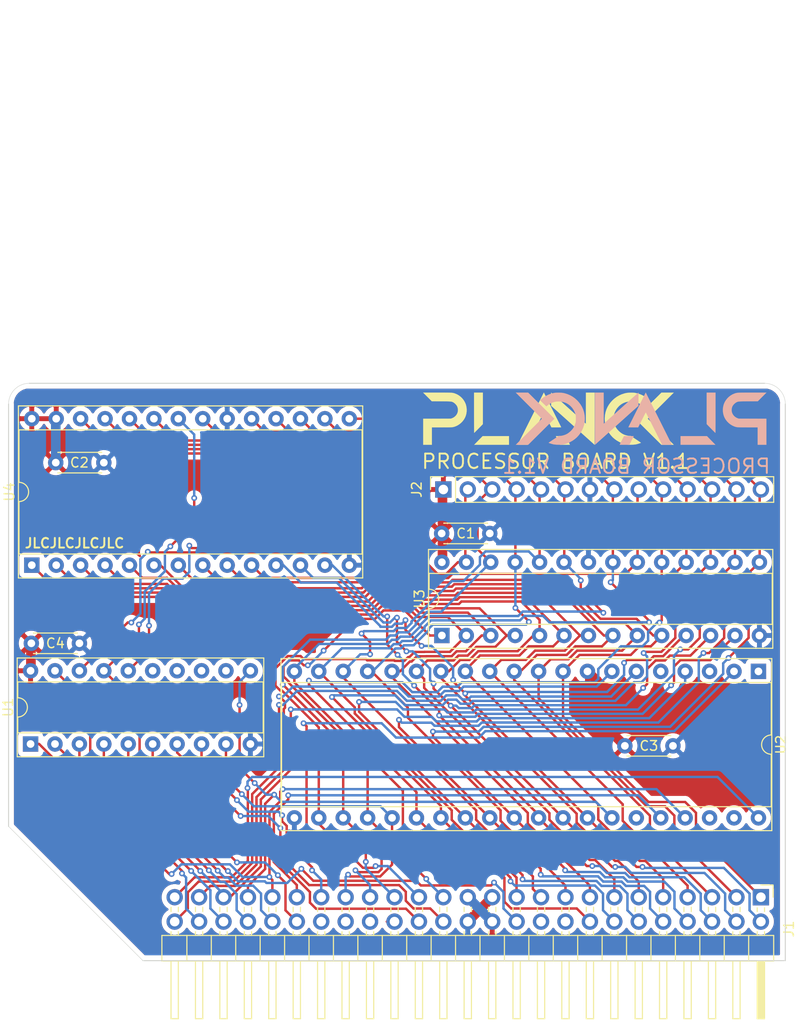
<source format=kicad_pcb>
(kicad_pcb (version 20171130) (host pcbnew "(5.1.10-1-10_14)")
  (layers (0 F.Cu signal) (31 B.Cu signal) (34 B.Paste user) (35 F.Paste user) (36 B.SilkS user) (37 F.SilkS user) (38 B.Mask user) (39 F.Mask user) (44 Edge.Cuts user))
  (net 0 "")
  (net 1 RDY)
  (net 2 A15)
  (net 3 A14)
  (net 4 A13)
  (net 5 A12)
  (net 6 A11)
  (net 7 GND)
  (net 8 +5V)
  (net 9 A10)
  (net 10 A9)
  (net 11 A8)
  (net 12 D7)
  (net 13 A7)
  (net 14 D6)
  (net 15 A6)
  (net 16 D5)
  (net 17 A5)
  (net 18 D4)
  (net 19 A4)
  (net 20 D3)
  (net 21 A3)
  (net 22 D2)
  (net 23 A2)
  (net 24 D1)
  (net 25 A1)
  (net 26 D0)
  (net 27 A0)
  (net 28 CLK)
  (net 29 BE)
  (net 30 SYNC)
  (net 31 EX1)
  (net 32 EX0)
  (net 33 "Net-(U2-Pad39)")
  (net 34 "Net-(U2-Pad38)")
  (net 35 "Net-(U2-Pad35)")
  (net 36 "Net-(U2-Pad5)")
  (net 37 "Net-(U2-Pad3)")
  (net 38 "Net-(U2-Pad1)")
  (net 39 R~W~)
  (net 40 LED3)
  (net 41 LED2)
  (net 42 LED1)
  (net 43 ~INH~)
  (net 44 ~NMI~)
  (net 45 ~RESET~)
  (net 46 ~IRQ1~)
  (net 47 ~IRQ~)
  (net 48 ~IRQ2~)
  (net 49 ~IRQ3~)
  (net 50 "Net-(J1-Pad32)")
  (net 51 ~SSEL~)
  (net 52 ~ROM_CS~)
  (net 53 "Net-(U1-Pad12)")
  (net 54 ~RAM_CS~)
  (net 55 ~RAMW~)
  (net 56 "Net-(U1-Pad15)")
  (net 57 "Net-(U1-Pad14)")
  (net 58 "Net-(U1-Pad13)")
  (net 59 ~IRQ4~)
  (net 60 ~IRQ5~)
  (module Logo:logo (layer B.Cu) (at 65.786 -56.388 180)
    (fp_text reference G*** hide)
    (fp_text value LOGO hide)
  )
  (module Logo:logo (layer F.Cu) (at 56.134 -56.388)
    (fp_text reference G*** hide)
    (fp_text value LOGO hide)
  )
  (module Package_DIP:DIP-28_W15.24mm_Socket (layer F.Cu) (at 2.413 -41.148 90)
    (fp_text reference U4 (at 7.62 -2.33 90) (layer F.SilkS))
    (fp_text value 28C256)
    (pad 28 thru_hole oval (at 15.24 0 90) (size 1.6 1.6) (drill 0.8) (layers *.Cu *.Mask) (net 8 +5V))
    (pad 14 thru_hole oval (at 0 33.02 90) (size 1.6 1.6) (drill 0.8) (layers *.Cu *.Mask) (net 7 GND))
    (pad 27 thru_hole oval (at 15.24 2.54 90) (size 1.6 1.6) (drill 0.8) (layers *.Cu *.Mask) (net 8 +5V))
    (pad 13 thru_hole oval (at 0 30.48 90) (size 1.6 1.6) (drill 0.8) (layers *.Cu *.Mask) (net 22 D2))
    (pad 26 thru_hole oval (at 15.24 5.08 90) (size 1.6 1.6) (drill 0.8) (layers *.Cu *.Mask) (net 4 A13))
    (pad 12 thru_hole oval (at 0 27.94 90) (size 1.6 1.6) (drill 0.8) (layers *.Cu *.Mask) (net 24 D1))
    (pad 25 thru_hole oval (at 15.24 7.62 90) (size 1.6 1.6) (drill 0.8) (layers *.Cu *.Mask) (net 11 A8))
    (pad 11 thru_hole oval (at 0 25.4 90) (size 1.6 1.6) (drill 0.8) (layers *.Cu *.Mask) (net 26 D0))
    (pad 24 thru_hole oval (at 15.24 10.16 90) (size 1.6 1.6) (drill 0.8) (layers *.Cu *.Mask) (net 10 A9))
    (pad 10 thru_hole oval (at 0 22.86 90) (size 1.6 1.6) (drill 0.8) (layers *.Cu *.Mask) (net 27 A0))
    (pad 23 thru_hole oval (at 15.24 12.7 90) (size 1.6 1.6) (drill 0.8) (layers *.Cu *.Mask) (net 6 A11))
    (pad 9 thru_hole oval (at 0 20.32 90) (size 1.6 1.6) (drill 0.8) (layers *.Cu *.Mask) (net 25 A1))
    (pad 22 thru_hole oval (at 15.24 15.24 90) (size 1.6 1.6) (drill 0.8) (layers *.Cu *.Mask) (net 52 ~ROM_CS~))
    (pad 8 thru_hole oval (at 0 17.78 90) (size 1.6 1.6) (drill 0.8) (layers *.Cu *.Mask) (net 23 A2))
    (pad 21 thru_hole oval (at 15.24 17.78 90) (size 1.6 1.6) (drill 0.8) (layers *.Cu *.Mask) (net 9 A10))
    (pad 7 thru_hole oval (at 0 15.24 90) (size 1.6 1.6) (drill 0.8) (layers *.Cu *.Mask) (net 21 A3))
    (pad 20 thru_hole oval (at 15.24 20.32 90) (size 1.6 1.6) (drill 0.8) (layers *.Cu *.Mask) (net 7 GND))
    (pad 6 thru_hole oval (at 0 12.7 90) (size 1.6 1.6) (drill 0.8) (layers *.Cu *.Mask) (net 19 A4))
    (pad 19 thru_hole oval (at 15.24 22.86 90) (size 1.6 1.6) (drill 0.8) (layers *.Cu *.Mask) (net 12 D7))
    (pad 5 thru_hole oval (at 0 10.16 90) (size 1.6 1.6) (drill 0.8) (layers *.Cu *.Mask) (net 17 A5))
    (pad 18 thru_hole oval (at 15.24 25.4 90) (size 1.6 1.6) (drill 0.8) (layers *.Cu *.Mask) (net 14 D6))
    (pad 4 thru_hole oval (at 0 7.62 90) (size 1.6 1.6) (drill 0.8) (layers *.Cu *.Mask) (net 15 A6))
    (pad 17 thru_hole oval (at 15.24 27.94 90) (size 1.6 1.6) (drill 0.8) (layers *.Cu *.Mask) (net 16 D5))
    (pad 3 thru_hole oval (at 0 5.08 90) (size 1.6 1.6) (drill 0.8) (layers *.Cu *.Mask) (net 13 A7))
    (pad 16 thru_hole oval (at 15.24 30.48 90) (size 1.6 1.6) (drill 0.8) (layers *.Cu *.Mask) (net 18 D4))
    (pad 2 thru_hole oval (at 0 2.54 90) (size 1.6 1.6) (drill 0.8) (layers *.Cu *.Mask) (net 5 A12))
    (pad 15 thru_hole oval (at 15.24 33.02 90) (size 1.6 1.6) (drill 0.8) (layers *.Cu *.Mask) (net 20 D3))
    (pad 1 thru_hole rect (at 0 0 90) (size 1.6 1.6) (drill 0.8) (layers *.Cu *.Mask) (net 3 A14))
  )
  (module Connector_PinSocket_2.54mm:PinSocket_1x14_P2.54mm_Vertical (layer F.Cu) (at 45.212 -49.022 90)
    (fp_text reference J2 (at 0 -2.77 90) (layer F.SilkS))
    (fp_text value Conn_01x14)
    (pad 14 thru_hole oval (at 0 33.02 90) (size 1.7 1.7) (drill 1) (layers *.Cu *.Mask) (net 20 D3))
    (pad 13 thru_hole oval (at 0 30.48 90) (size 1.7 1.7) (drill 1) (layers *.Cu *.Mask) (net 18 D4))
    (pad 12 thru_hole oval (at 0 27.94 90) (size 1.7 1.7) (drill 1) (layers *.Cu *.Mask) (net 16 D5))
    (pad 11 thru_hole oval (at 0 25.4 90) (size 1.7 1.7) (drill 1) (layers *.Cu *.Mask) (net 14 D6))
    (pad 10 thru_hole oval (at 0 22.86 90) (size 1.7 1.7) (drill 1) (layers *.Cu *.Mask) (net 12 D7))
    (pad 9 thru_hole oval (at 0 20.32 90) (size 1.7 1.7) (drill 1) (layers *.Cu *.Mask) (net 54 ~RAM_CS~))
    (pad 8 thru_hole oval (at 0 17.78 90) (size 1.7 1.7) (drill 1) (layers *.Cu *.Mask) (net 9 A10))
    (pad 7 thru_hole oval (at 0 15.24 90) (size 1.7 1.7) (drill 1) (layers *.Cu *.Mask) (net 7 GND))
    (pad 6 thru_hole oval (at 0 12.7 90) (size 1.7 1.7) (drill 1) (layers *.Cu *.Mask) (net 6 A11))
    (pad 5 thru_hole oval (at 0 10.16 90) (size 1.7 1.7) (drill 1) (layers *.Cu *.Mask) (net 10 A9))
    (pad 4 thru_hole oval (at 0 7.62 90) (size 1.7 1.7) (drill 1) (layers *.Cu *.Mask) (net 11 A8))
    (pad 3 thru_hole oval (at 0 5.08 90) (size 1.7 1.7) (drill 1) (layers *.Cu *.Mask) (net 4 A13))
    (pad 2 thru_hole oval (at 0 2.54 90) (size 1.7 1.7) (drill 1) (layers *.Cu *.Mask) (net 55 ~RAMW~))
    (pad 1 thru_hole rect (at 0 0 90) (size 1.7 1.7) (drill 1) (layers *.Cu *.Mask) (net 8 +5V))
  )
  (module Capacitor_THT:C_Disc_D4.3mm_W1.9mm_P5.00mm (layer F.Cu) (at 7.366 -33.02 180)
    (fp_text reference C4 (at 2.5 0) (layer F.SilkS))
    (fp_text value 10n)
    (pad 2 thru_hole circle (at 5 0 180) (size 1.6 1.6) (drill 0.8) (layers *.Cu *.Mask) (net 8 +5V))
    (pad 1 thru_hole circle (at 0 0 180) (size 1.6 1.6) (drill 0.8) (layers *.Cu *.Mask) (net 7 GND))
  )
  (module Capacitor_THT:C_Disc_D4.3mm_W1.9mm_P5.00mm (layer F.Cu) (at 69.088 -22.352 180)
    (fp_text reference C3 (at 2.5 0) (layer F.SilkS))
    (fp_text value 10n)
    (pad 2 thru_hole circle (at 5 0 180) (size 1.6 1.6) (drill 0.8) (layers *.Cu *.Mask) (net 8 +5V))
    (pad 1 thru_hole circle (at 0 0 180) (size 1.6 1.6) (drill 0.8) (layers *.Cu *.Mask) (net 7 GND))
  )
  (module Capacitor_THT:C_Disc_D4.3mm_W1.9mm_P5.00mm (layer F.Cu) (at 9.906 -51.816 180)
    (fp_text reference C2 (at 2.54 0) (layer F.SilkS))
    (fp_text value 10n)
    (pad 2 thru_hole circle (at 5 0 180) (size 1.6 1.6) (drill 0.8) (layers *.Cu *.Mask) (net 8 +5V))
    (pad 1 thru_hole circle (at 0 0 180) (size 1.6 1.6) (drill 0.8) (layers *.Cu *.Mask) (net 7 GND))
  )
  (module Capacitor_THT:C_Disc_D4.3mm_W1.9mm_P5.00mm (layer F.Cu) (at 50.038 -44.45 180)
    (fp_text reference C1 (at 2.5 0) (layer F.SilkS))
    (fp_text value 10n)
    (pad 2 thru_hole circle (at 5 0 180) (size 1.6 1.6) (drill 0.8) (layers *.Cu *.Mask) (net 8 +5V))
    (pad 1 thru_hole circle (at 0 0 180) (size 1.6 1.6) (drill 0.8) (layers *.Cu *.Mask) (net 7 GND))
  )
  (module Package_DIP:DIP-20_W7.62mm_Socket (layer F.Cu) (at 2.286 -22.5425 90)
    (fp_text reference U1 (at 3.81 -2.33 90) (layer F.SilkS))
    (fp_text value GAL16V8)
    (pad 20 thru_hole oval (at 7.62 0 90) (size 1.6 1.6) (drill 0.8) (layers *.Cu *.Mask) (net 8 +5V))
    (pad 10 thru_hole oval (at 0 22.86 90) (size 1.6 1.6) (drill 0.8) (layers *.Cu *.Mask) (net 7 GND))
    (pad 19 thru_hole oval (at 7.62 2.54 90) (size 1.6 1.6) (drill 0.8) (layers *.Cu *.Mask) (net 47 ~IRQ~))
    (pad 9 thru_hole oval (at 0 20.32 90) (size 1.6 1.6) (drill 0.8) (layers *.Cu *.Mask) (net 2 A15))
    (pad 18 thru_hole oval (at 7.62 5.08 90) (size 1.6 1.6) (drill 0.8) (layers *.Cu *.Mask) (net 54 ~RAM_CS~))
    (pad 8 thru_hole oval (at 0 17.78 90) (size 1.6 1.6) (drill 0.8) (layers *.Cu *.Mask) (net 51 ~SSEL~))
    (pad 17 thru_hole oval (at 7.62 7.62 90) (size 1.6 1.6) (drill 0.8) (layers *.Cu *.Mask) (net 52 ~ROM_CS~))
    (pad 7 thru_hole oval (at 0 15.24 90) (size 1.6 1.6) (drill 0.8) (layers *.Cu *.Mask) (net 43 ~INH~))
    (pad 16 thru_hole oval (at 7.62 10.16 90) (size 1.6 1.6) (drill 0.8) (layers *.Cu *.Mask) (net 55 ~RAMW~))
    (pad 6 thru_hole oval (at 0 12.7 90) (size 1.6 1.6) (drill 0.8) (layers *.Cu *.Mask) (net 60 ~IRQ5~))
    (pad 15 thru_hole oval (at 7.62 12.7 90) (size 1.6 1.6) (drill 0.8) (layers *.Cu *.Mask) (net 56 "Net-(U1-Pad15)"))
    (pad 5 thru_hole oval (at 0 10.16 90) (size 1.6 1.6) (drill 0.8) (layers *.Cu *.Mask) (net 59 ~IRQ4~))
    (pad 14 thru_hole oval (at 7.62 15.24 90) (size 1.6 1.6) (drill 0.8) (layers *.Cu *.Mask) (net 57 "Net-(U1-Pad14)"))
    (pad 4 thru_hole oval (at 0 7.62 90) (size 1.6 1.6) (drill 0.8) (layers *.Cu *.Mask) (net 49 ~IRQ3~))
    (pad 13 thru_hole oval (at 7.62 17.78 90) (size 1.6 1.6) (drill 0.8) (layers *.Cu *.Mask) (net 58 "Net-(U1-Pad13)"))
    (pad 3 thru_hole oval (at 0 5.08 90) (size 1.6 1.6) (drill 0.8) (layers *.Cu *.Mask) (net 48 ~IRQ2~))
    (pad 12 thru_hole oval (at 7.62 20.32 90) (size 1.6 1.6) (drill 0.8) (layers *.Cu *.Mask) (net 53 "Net-(U1-Pad12)"))
    (pad 2 thru_hole oval (at 0 2.54 90) (size 1.6 1.6) (drill 0.8) (layers *.Cu *.Mask) (net 46 ~IRQ1~))
    (pad 11 thru_hole oval (at 7.62 22.86 90) (size 1.6 1.6) (drill 0.8) (layers *.Cu *.Mask) (net 39 R~W~))
    (pad 1 thru_hole rect (at 0 0 90) (size 1.6 1.6) (drill 0.8) (layers *.Cu *.Mask) (net 28 CLK))
  )
  (module Package_DIP:DIP-28_W7.62mm_Socket (layer F.Cu) (at 45.059001 -33.833001 90)
    (fp_text reference U3 (at 3.81 -2.33 90) (layer F.SilkS))
    (fp_text value HM62256BLP)
    (pad 28 thru_hole oval (at 7.62 0 90) (size 1.6 1.6) (drill 0.8) (layers *.Cu *.Mask) (net 8 +5V))
    (pad 14 thru_hole oval (at 0 33.02 90) (size 1.6 1.6) (drill 0.8) (layers *.Cu *.Mask) (net 7 GND))
    (pad 27 thru_hole oval (at 7.62 2.54 90) (size 1.6 1.6) (drill 0.8) (layers *.Cu *.Mask) (net 55 ~RAMW~))
    (pad 13 thru_hole oval (at 0 30.48 90) (size 1.6 1.6) (drill 0.8) (layers *.Cu *.Mask) (net 22 D2))
    (pad 26 thru_hole oval (at 7.62 5.08 90) (size 1.6 1.6) (drill 0.8) (layers *.Cu *.Mask) (net 4 A13))
    (pad 12 thru_hole oval (at 0 27.94 90) (size 1.6 1.6) (drill 0.8) (layers *.Cu *.Mask) (net 24 D1))
    (pad 25 thru_hole oval (at 7.62 7.62 90) (size 1.6 1.6) (drill 0.8) (layers *.Cu *.Mask) (net 11 A8))
    (pad 11 thru_hole oval (at 0 25.4 90) (size 1.6 1.6) (drill 0.8) (layers *.Cu *.Mask) (net 26 D0))
    (pad 24 thru_hole oval (at 7.62 10.16 90) (size 1.6 1.6) (drill 0.8) (layers *.Cu *.Mask) (net 10 A9))
    (pad 10 thru_hole oval (at 0 22.86 90) (size 1.6 1.6) (drill 0.8) (layers *.Cu *.Mask) (net 27 A0))
    (pad 23 thru_hole oval (at 7.62 12.7 90) (size 1.6 1.6) (drill 0.8) (layers *.Cu *.Mask) (net 6 A11))
    (pad 9 thru_hole oval (at 0 20.32 90) (size 1.6 1.6) (drill 0.8) (layers *.Cu *.Mask) (net 25 A1))
    (pad 22 thru_hole oval (at 7.62 15.24 90) (size 1.6 1.6) (drill 0.8) (layers *.Cu *.Mask) (net 7 GND))
    (pad 8 thru_hole oval (at 0 17.78 90) (size 1.6 1.6) (drill 0.8) (layers *.Cu *.Mask) (net 23 A2))
    (pad 21 thru_hole oval (at 7.62 17.78 90) (size 1.6 1.6) (drill 0.8) (layers *.Cu *.Mask) (net 9 A10))
    (pad 7 thru_hole oval (at 0 15.24 90) (size 1.6 1.6) (drill 0.8) (layers *.Cu *.Mask) (net 21 A3))
    (pad 20 thru_hole oval (at 7.62 20.32 90) (size 1.6 1.6) (drill 0.8) (layers *.Cu *.Mask) (net 54 ~RAM_CS~))
    (pad 6 thru_hole oval (at 0 12.7 90) (size 1.6 1.6) (drill 0.8) (layers *.Cu *.Mask) (net 19 A4))
    (pad 19 thru_hole oval (at 7.62 22.86 90) (size 1.6 1.6) (drill 0.8) (layers *.Cu *.Mask) (net 12 D7))
    (pad 5 thru_hole oval (at 0 10.16 90) (size 1.6 1.6) (drill 0.8) (layers *.Cu *.Mask) (net 17 A5))
    (pad 18 thru_hole oval (at 7.62 25.4 90) (size 1.6 1.6) (drill 0.8) (layers *.Cu *.Mask) (net 14 D6))
    (pad 4 thru_hole oval (at 0 7.62 90) (size 1.6 1.6) (drill 0.8) (layers *.Cu *.Mask) (net 15 A6))
    (pad 17 thru_hole oval (at 7.62 27.94 90) (size 1.6 1.6) (drill 0.8) (layers *.Cu *.Mask) (net 16 D5))
    (pad 3 thru_hole oval (at 0 5.08 90) (size 1.6 1.6) (drill 0.8) (layers *.Cu *.Mask) (net 13 A7))
    (pad 16 thru_hole oval (at 7.62 30.48 90) (size 1.6 1.6) (drill 0.8) (layers *.Cu *.Mask) (net 18 D4))
    (pad 2 thru_hole oval (at 0 2.54 90) (size 1.6 1.6) (drill 0.8) (layers *.Cu *.Mask) (net 5 A12))
    (pad 15 thru_hole oval (at 7.62 33.02 90) (size 1.6 1.6) (drill 0.8) (layers *.Cu *.Mask) (net 20 D3))
    (pad 1 thru_hole rect (at 0 0 90) (size 1.6 1.6) (drill 0.8) (layers *.Cu *.Mask) (net 3 A14))
  )
  (module Package_DIP:DIP-40_W15.24mm_Socket (layer F.Cu) (at 77.978 -30.099 270)
    (fp_text reference U2 (at 7.62 -2.33 90) (layer F.SilkS))
    (fp_text value W65C02SxP)
    (pad 40 thru_hole oval (at 15.24 0 270) (size 1.6 1.6) (drill 0.8) (layers *.Cu *.Mask) (net 45 ~RESET~))
    (pad 20 thru_hole oval (at 0 48.26 270) (size 1.6 1.6) (drill 0.8) (layers *.Cu *.Mask) (net 6 A11))
    (pad 39 thru_hole oval (at 15.24 2.54 270) (size 1.6 1.6) (drill 0.8) (layers *.Cu *.Mask) (net 33 "Net-(U2-Pad39)"))
    (pad 19 thru_hole oval (at 0 45.72 270) (size 1.6 1.6) (drill 0.8) (layers *.Cu *.Mask) (net 9 A10))
    (pad 38 thru_hole oval (at 15.24 5.08 270) (size 1.6 1.6) (drill 0.8) (layers *.Cu *.Mask) (net 34 "Net-(U2-Pad38)"))
    (pad 18 thru_hole oval (at 0 43.18 270) (size 1.6 1.6) (drill 0.8) (layers *.Cu *.Mask) (net 10 A9))
    (pad 37 thru_hole oval (at 15.24 7.62 270) (size 1.6 1.6) (drill 0.8) (layers *.Cu *.Mask) (net 28 CLK))
    (pad 17 thru_hole oval (at 0 40.64 270) (size 1.6 1.6) (drill 0.8) (layers *.Cu *.Mask) (net 11 A8))
    (pad 36 thru_hole oval (at 15.24 10.16 270) (size 1.6 1.6) (drill 0.8) (layers *.Cu *.Mask) (net 29 BE))
    (pad 16 thru_hole oval (at 0 38.1 270) (size 1.6 1.6) (drill 0.8) (layers *.Cu *.Mask) (net 13 A7))
    (pad 35 thru_hole oval (at 15.24 12.7 270) (size 1.6 1.6) (drill 0.8) (layers *.Cu *.Mask) (net 35 "Net-(U2-Pad35)"))
    (pad 15 thru_hole oval (at 0 35.56 270) (size 1.6 1.6) (drill 0.8) (layers *.Cu *.Mask) (net 15 A6))
    (pad 34 thru_hole oval (at 15.24 15.24 270) (size 1.6 1.6) (drill 0.8) (layers *.Cu *.Mask) (net 39 R~W~))
    (pad 14 thru_hole oval (at 0 33.02 270) (size 1.6 1.6) (drill 0.8) (layers *.Cu *.Mask) (net 17 A5))
    (pad 33 thru_hole oval (at 15.24 17.78 270) (size 1.6 1.6) (drill 0.8) (layers *.Cu *.Mask) (net 26 D0))
    (pad 13 thru_hole oval (at 0 30.48 270) (size 1.6 1.6) (drill 0.8) (layers *.Cu *.Mask) (net 19 A4))
    (pad 32 thru_hole oval (at 15.24 20.32 270) (size 1.6 1.6) (drill 0.8) (layers *.Cu *.Mask) (net 24 D1))
    (pad 12 thru_hole oval (at 0 27.94 270) (size 1.6 1.6) (drill 0.8) (layers *.Cu *.Mask) (net 21 A3))
    (pad 31 thru_hole oval (at 15.24 22.86 270) (size 1.6 1.6) (drill 0.8) (layers *.Cu *.Mask) (net 22 D2))
    (pad 11 thru_hole oval (at 0 25.4 270) (size 1.6 1.6) (drill 0.8) (layers *.Cu *.Mask) (net 23 A2))
    (pad 30 thru_hole oval (at 15.24 25.4 270) (size 1.6 1.6) (drill 0.8) (layers *.Cu *.Mask) (net 20 D3))
    (pad 10 thru_hole oval (at 0 22.86 270) (size 1.6 1.6) (drill 0.8) (layers *.Cu *.Mask) (net 25 A1))
    (pad 29 thru_hole oval (at 15.24 27.94 270) (size 1.6 1.6) (drill 0.8) (layers *.Cu *.Mask) (net 18 D4))
    (pad 9 thru_hole oval (at 0 20.32 270) (size 1.6 1.6) (drill 0.8) (layers *.Cu *.Mask) (net 27 A0))
    (pad 28 thru_hole oval (at 15.24 30.48 270) (size 1.6 1.6) (drill 0.8) (layers *.Cu *.Mask) (net 16 D5))
    (pad 8 thru_hole oval (at 0 17.78 270) (size 1.6 1.6) (drill 0.8) (layers *.Cu *.Mask) (net 8 +5V))
    (pad 27 thru_hole oval (at 15.24 33.02 270) (size 1.6 1.6) (drill 0.8) (layers *.Cu *.Mask) (net 14 D6))
    (pad 7 thru_hole oval (at 0 15.24 270) (size 1.6 1.6) (drill 0.8) (layers *.Cu *.Mask) (net 30 SYNC))
    (pad 26 thru_hole oval (at 15.24 35.56 270) (size 1.6 1.6) (drill 0.8) (layers *.Cu *.Mask) (net 12 D7))
    (pad 6 thru_hole oval (at 0 12.7 270) (size 1.6 1.6) (drill 0.8) (layers *.Cu *.Mask) (net 44 ~NMI~))
    (pad 25 thru_hole oval (at 15.24 38.1 270) (size 1.6 1.6) (drill 0.8) (layers *.Cu *.Mask) (net 2 A15))
    (pad 5 thru_hole oval (at 0 10.16 270) (size 1.6 1.6) (drill 0.8) (layers *.Cu *.Mask) (net 36 "Net-(U2-Pad5)"))
    (pad 24 thru_hole oval (at 15.24 40.64 270) (size 1.6 1.6) (drill 0.8) (layers *.Cu *.Mask) (net 3 A14))
    (pad 4 thru_hole oval (at 0 7.62 270) (size 1.6 1.6) (drill 0.8) (layers *.Cu *.Mask) (net 47 ~IRQ~))
    (pad 23 thru_hole oval (at 15.24 43.18 270) (size 1.6 1.6) (drill 0.8) (layers *.Cu *.Mask) (net 4 A13))
    (pad 3 thru_hole oval (at 0 5.08 270) (size 1.6 1.6) (drill 0.8) (layers *.Cu *.Mask) (net 37 "Net-(U2-Pad3)"))
    (pad 22 thru_hole oval (at 15.24 45.72 270) (size 1.6 1.6) (drill 0.8) (layers *.Cu *.Mask) (net 5 A12))
    (pad 2 thru_hole oval (at 0 2.54 270) (size 1.6 1.6) (drill 0.8) (layers *.Cu *.Mask) (net 1 RDY))
    (pad 21 thru_hole oval (at 15.24 48.26 270) (size 1.6 1.6) (drill 0.8) (layers *.Cu *.Mask) (net 7 GND))
    (pad 1 thru_hole rect (at 0 0 270) (size 1.6 1.6) (drill 0.8) (layers *.Cu *.Mask) (net 38 "Net-(U2-Pad1)"))
  )
  (module Connector_PinHeader_2.54mm:PinHeader_2x25_P2.54mm_Horizontal (layer F.Cu) (at 78.232 -6.604 270)
    (fp_text reference J1 (at 3.302 -2.921 90) (layer F.SilkS))
    (fp_text value Conn_01x40)
    (pad 50 thru_hole oval (at 2.54 60.96 270) (size 1.7 1.7) (drill 1) (layers *.Cu *.Mask) (net 44 ~NMI~))
    (pad 49 thru_hole oval (at 0 60.96 270) (size 1.7 1.7) (drill 1) (layers *.Cu *.Mask) (net 45 ~RESET~))
    (pad 48 thru_hole oval (at 2.54 58.42 270) (size 1.7 1.7) (drill 1) (layers *.Cu *.Mask) (net 46 ~IRQ1~))
    (pad 47 thru_hole oval (at 0 58.42 270) (size 1.7 1.7) (drill 1) (layers *.Cu *.Mask) (net 30 SYNC))
    (pad 46 thru_hole oval (at 2.54 55.88 270) (size 1.7 1.7) (drill 1) (layers *.Cu *.Mask) (net 48 ~IRQ2~))
    (pad 45 thru_hole oval (at 0 55.88 270) (size 1.7 1.7) (drill 1) (layers *.Cu *.Mask) (net 47 ~IRQ~))
    (pad 44 thru_hole oval (at 2.54 53.34 270) (size 1.7 1.7) (drill 1) (layers *.Cu *.Mask) (net 49 ~IRQ3~))
    (pad 43 thru_hole oval (at 0 53.34 270) (size 1.7 1.7) (drill 1) (layers *.Cu *.Mask) (net 39 R~W~))
    (pad 42 thru_hole oval (at 2.54 50.8 270) (size 1.7 1.7) (drill 1) (layers *.Cu *.Mask) (net 59 ~IRQ4~))
    (pad 41 thru_hole oval (at 0 50.8 270) (size 1.7 1.7) (drill 1) (layers *.Cu *.Mask) (net 28 CLK))
    (pad 40 thru_hole oval (at 2.54 48.26 270) (size 1.7 1.7) (drill 1) (layers *.Cu *.Mask) (net 60 ~IRQ5~))
    (pad 39 thru_hole oval (at 0 48.26 270) (size 1.7 1.7) (drill 1) (layers *.Cu *.Mask) (net 29 BE))
    (pad 38 thru_hole oval (at 2.54 45.72 270) (size 1.7 1.7) (drill 1) (layers *.Cu *.Mask) (net 40 LED3))
    (pad 37 thru_hole oval (at 0 45.72 270) (size 1.7 1.7) (drill 1) (layers *.Cu *.Mask) (net 1 RDY))
    (pad 36 thru_hole oval (at 2.54 43.18 270) (size 1.7 1.7) (drill 1) (layers *.Cu *.Mask) (net 41 LED2))
    (pad 35 thru_hole oval (at 0 43.18 270) (size 1.7 1.7) (drill 1) (layers *.Cu *.Mask) (net 2 A15))
    (pad 34 thru_hole oval (at 2.54 40.64 270) (size 1.7 1.7) (drill 1) (layers *.Cu *.Mask) (net 42 LED1))
    (pad 33 thru_hole oval (at 0 40.64 270) (size 1.7 1.7) (drill 1) (layers *.Cu *.Mask) (net 3 A14))
    (pad 32 thru_hole oval (at 2.54 38.1 270) (size 1.7 1.7) (drill 1) (layers *.Cu *.Mask) (net 50 "Net-(J1-Pad32)"))
    (pad 31 thru_hole oval (at 0 38.1 270) (size 1.7 1.7) (drill 1) (layers *.Cu *.Mask) (net 4 A13))
    (pad 30 thru_hole oval (at 2.54 35.56 270) (size 1.7 1.7) (drill 1) (layers *.Cu *.Mask) (net 43 ~INH~))
    (pad 29 thru_hole oval (at 0 35.56 270) (size 1.7 1.7) (drill 1) (layers *.Cu *.Mask) (net 5 A12))
    (pad 28 thru_hole oval (at 2.54 33.02 270) (size 1.7 1.7) (drill 1) (layers *.Cu *.Mask) (net 51 ~SSEL~))
    (pad 27 thru_hole oval (at 0 33.02 270) (size 1.7 1.7) (drill 1) (layers *.Cu *.Mask) (net 6 A11))
    (pad 26 thru_hole oval (at 2.54 30.48 270) (size 1.7 1.7) (drill 1) (layers *.Cu *.Mask) (net 7 GND))
    (pad 25 thru_hole oval (at 0 30.48 270) (size 1.7 1.7) (drill 1) (layers *.Cu *.Mask) (net 8 +5V))
    (pad 24 thru_hole oval (at 2.54 27.94 270) (size 1.7 1.7) (drill 1) (layers *.Cu *.Mask) (net 8 +5V))
    (pad 23 thru_hole oval (at 0 27.94 270) (size 1.7 1.7) (drill 1) (layers *.Cu *.Mask) (net 7 GND))
    (pad 22 thru_hole oval (at 2.54 25.4 270) (size 1.7 1.7) (drill 1) (layers *.Cu *.Mask) (net 52 ~ROM_CS~))
    (pad 21 thru_hole oval (at 0 25.4 270) (size 1.7 1.7) (drill 1) (layers *.Cu *.Mask) (net 9 A10))
    (pad 20 thru_hole oval (at 2.54 22.86 270) (size 1.7 1.7) (drill 1) (layers *.Cu *.Mask) (net 31 EX1))
    (pad 19 thru_hole oval (at 0 22.86 270) (size 1.7 1.7) (drill 1) (layers *.Cu *.Mask) (net 10 A9))
    (pad 18 thru_hole oval (at 2.54 20.32 270) (size 1.7 1.7) (drill 1) (layers *.Cu *.Mask) (net 32 EX0))
    (pad 17 thru_hole oval (at 0 20.32 270) (size 1.7 1.7) (drill 1) (layers *.Cu *.Mask) (net 11 A8))
    (pad 16 thru_hole oval (at 2.54 17.78 270) (size 1.7 1.7) (drill 1) (layers *.Cu *.Mask) (net 12 D7))
    (pad 15 thru_hole oval (at 0 17.78 270) (size 1.7 1.7) (drill 1) (layers *.Cu *.Mask) (net 13 A7))
    (pad 14 thru_hole oval (at 2.54 15.24 270) (size 1.7 1.7) (drill 1) (layers *.Cu *.Mask) (net 14 D6))
    (pad 13 thru_hole oval (at 0 15.24 270) (size 1.7 1.7) (drill 1) (layers *.Cu *.Mask) (net 15 A6))
    (pad 12 thru_hole oval (at 2.54 12.7 270) (size 1.7 1.7) (drill 1) (layers *.Cu *.Mask) (net 16 D5))
    (pad 11 thru_hole oval (at 0 12.7 270) (size 1.7 1.7) (drill 1) (layers *.Cu *.Mask) (net 17 A5))
    (pad 10 thru_hole oval (at 2.54 10.16 270) (size 1.7 1.7) (drill 1) (layers *.Cu *.Mask) (net 18 D4))
    (pad 9 thru_hole oval (at 0 10.16 270) (size 1.7 1.7) (drill 1) (layers *.Cu *.Mask) (net 19 A4))
    (pad 8 thru_hole oval (at 2.54 7.62 270) (size 1.7 1.7) (drill 1) (layers *.Cu *.Mask) (net 20 D3))
    (pad 7 thru_hole oval (at 0 7.62 270) (size 1.7 1.7) (drill 1) (layers *.Cu *.Mask) (net 21 A3))
    (pad 6 thru_hole oval (at 2.54 5.08 270) (size 1.7 1.7) (drill 1) (layers *.Cu *.Mask) (net 22 D2))
    (pad 5 thru_hole oval (at 0 5.08 270) (size 1.7 1.7) (drill 1) (layers *.Cu *.Mask) (net 23 A2))
    (pad 4 thru_hole oval (at 2.54 2.54 270) (size 1.7 1.7) (drill 1) (layers *.Cu *.Mask) (net 24 D1))
    (pad 3 thru_hole oval (at 0 2.54 270) (size 1.7 1.7) (drill 1) (layers *.Cu *.Mask) (net 25 A1))
    (pad 2 thru_hole oval (at 2.54 0 270) (size 1.7 1.7) (drill 1) (layers *.Cu *.Mask) (net 26 D0))
    (pad 1 thru_hole rect (at 0 0 270) (size 1.7 1.7) (drill 1) (layers *.Cu *.Mask) (net 27 A0))
  )
  (gr_line (start 13.97 0) (end 0 -13.97) (layer Edge.Cuts) (width 0.05))
  (gr_line (start 0 -13.97) (end 0 -57.912) (layer Edge.Cuts) (width 0.1))
  (gr_arc (start 2.159 -57.912) (end 2.159 -60.071) (angle -90) (layer Edge.Cuts) (width 0.05))
  (gr_arc (start 78.613 -57.912) (end 80.772 -57.912) (angle -90) (layer Edge.Cuts) (width 0.05))
  (gr_text JLCJLCJLCJLC (at 6.858 -43.434) (layer F.SilkS) (effects (font (size 1 1) (thickness 0.2))))
  (gr_text "PROCESSOR BOARD V1.1" (at 65.278 -51.435) (layer B.SilkS) (effects (font (size 1.5 1.5) (thickness 0.2)) (justify mirror)))
  (gr_text "PROCESSOR BOARD V1.1" (at 56.896 -51.943) (layer F.SilkS) (effects (font (size 1.5 1.5) (thickness 0.2))))
  (gr_line (start 2.159 -60.071) (end 78.613 -60.071) (layer Edge.Cuts) (width 0.1))
  (gr_line (start 80.772 0) (end 13.97 0) (layer Edge.Cuts) (width 0.1))
  (gr_line (start 80.772 -57.912) (end 80.772 0) (layer Edge.Cuts) (width 0.1))
  (via (at 30.673052 -24.70405) (size 0.6) (drill 0.3) (layers F.Cu B.Cu) (net 1))
  (segment (start 30.988 -24.389102) (end 30.988 -10.287) (width 0.25) (layer F.Cu) (net 1))
  (segment (start 30.673052 -24.70405) (end 30.988 -24.389102) (width 0.25) (layer F.Cu) (net 1))
  (segment (start 31.5595 -9.7155) (end 31.5595 -9.398) (width 0.25) (layer F.Cu) (net 1))
  (segment (start 32.512 -8.4455) (end 31.5595 -9.398) (width 0.25) (layer B.Cu) (net 1))
  (segment (start 30.988 -10.287) (end 31.5595 -9.7155) (width 0.25) (layer F.Cu) (net 1))
  (segment (start 32.512 -6.604) (end 32.512 -8.4455) (width 0.25) (layer B.Cu) (net 1))
  (via (at 31.5595 -9.398) (size 0.6) (drill 0.3) (layers F.Cu B.Cu) (net 1))
  (segment (start 40.288941 -23.211059) (end 38.79595 -24.70405) (width 0.25) (layer B.Cu) (net 1))
  (segment (start 69.217881 -23.878881) (end 49.57789 -23.878881) (width 0.25) (layer B.Cu) (net 1))
  (segment (start 48.910068 -23.211059) (end 40.288941 -23.211059) (width 0.25) (layer B.Cu) (net 1))
  (segment (start 49.57789 -23.878881) (end 48.910068 -23.211059) (width 0.25) (layer B.Cu) (net 1))
  (segment (start 38.79595 -24.70405) (end 30.673052 -24.70405) (width 0.25) (layer B.Cu) (net 1))
  (segment (start 75.438 -30.099) (end 69.217881 -23.878881) (width 0.25) (layer B.Cu) (net 1))
  (via (at 24.255968 -17.323484) (size 0.6) (drill 0.3) (layers F.Cu B.Cu) (net 2))
  (segment (start 25.513964 -16.065488) (end 24.255968 -17.323484) (width 0.25) (layer B.Cu) (net 2))
  (segment (start 38.671512 -16.065488) (end 25.513964 -16.065488) (width 0.25) (layer B.Cu) (net 2))
  (segment (start 22.606 -22.5425) (end 22.606 -18.973452) (width 0.25) (layer F.Cu) (net 2))
  (segment (start 22.606 -18.973452) (end 24.255968 -17.323484) (width 0.25) (layer F.Cu) (net 2))
  (segment (start 39.878 -14.859) (end 38.671512 -16.065488) (width 0.25) (layer B.Cu) (net 2))
  (via (at 35.306 -8.9535) (size 0.6) (drill 0.3) (layers F.Cu B.Cu) (net 2))
  (segment (start 35.052 -8.6995) (end 35.306 -8.9535) (width 0.25) (layer B.Cu) (net 2))
  (segment (start 35.052 -6.604) (end 35.052 -8.6995) (width 0.25) (layer B.Cu) (net 2))
  (segment (start 35.497523 -8.761977) (end 35.306 -8.9535) (width 0.25) (layer F.Cu) (net 2))
  (segment (start 39.878 -9.995587) (end 38.64439 -8.761977) (width 0.25) (layer F.Cu) (net 2))
  (segment (start 38.64439 -8.761977) (end 35.497523 -8.761977) (width 0.25) (layer F.Cu) (net 2))
  (segment (start 39.878 -14.859) (end 39.878 -9.995587) (width 0.25) (layer F.Cu) (net 2))
  (segment (start 32.766 -32.258) (end 32.766 -32.258) (width 0.25) (layer F.Cu) (net 3))
  (via (at 32.766 -32.258) (size 0.6) (drill 0.3) (layers F.Cu B.Cu) (net 3))
  (segment (start 31.242 -30.734) (end 31.115 -30.734) (width 0.25) (layer B.Cu) (net 3))
  (segment (start 32.766 -32.258) (end 31.242 -30.734) (width 0.25) (layer B.Cu) (net 3))
  (via (at 31.115 -30.734) (size 0.6) (drill 0.3) (layers F.Cu B.Cu) (net 3))
  (segment (start 35.306 -34.798) (end 32.766 -32.258) (width 0.25) (layer F.Cu) (net 3))
  (segment (start 38.984645 -36.439001) (end 38.105644 -35.56) (width 0.25) (layer F.Cu) (net 3))
  (segment (start 43.800001 -33.833001) (end 41.194001 -36.439001) (width 0.25) (layer F.Cu) (net 3))
  (segment (start 41.194001 -36.439001) (end 38.984645 -36.439001) (width 0.25) (layer F.Cu) (net 3))
  (segment (start 45.059001 -33.833001) (end 43.800001 -33.833001) (width 0.25) (layer F.Cu) (net 3))
  (segment (start 35.306 -34.798) (end 35.306 -35.56) (width 0.25) (layer F.Cu) (net 3))
  (segment (start 38.105644 -35.56) (end 35.306 -35.56) (width 0.25) (layer F.Cu) (net 3))
  (segment (start 5.715 -37.846) (end 2.413 -41.148) (width 0.25) (layer F.Cu) (net 3))
  (segment (start 15.911002 -37.846) (end 5.715 -37.846) (width 0.25) (layer F.Cu) (net 3))
  (segment (start 18.197002 -35.56) (end 15.911002 -37.846) (width 0.25) (layer F.Cu) (net 3))
  (segment (start 35.306 -35.56) (end 18.197002 -35.56) (width 0.25) (layer F.Cu) (net 3))
  (segment (start 31.115 -30.734) (end 30.690736 -30.734) (width 0.25) (layer F.Cu) (net 3))
  (segment (start 29.144996 -29.024407) (end 29.144996 -28.894004) (width 0.25) (layer F.Cu) (net 3))
  (segment (start 30.690736 -30.734) (end 30.182736 -31.242) (width 0.25) (layer F.Cu) (net 3))
  (segment (start 28.592999 -29.576404) (end 29.144996 -29.024407) (width 0.25) (layer F.Cu) (net 3))
  (segment (start 30.182736 -31.242) (end 29.21 -31.242) (width 0.25) (layer F.Cu) (net 3))
  (segment (start 29.21 -31.242) (end 28.592999 -30.624999) (width 0.25) (layer F.Cu) (net 3))
  (segment (start 28.592999 -30.624999) (end 28.592999 -29.576404) (width 0.25) (layer F.Cu) (net 3))
  (segment (start 29.144996 -28.894004) (end 37.338 -20.701) (width 0.25) (layer F.Cu) (net 3))
  (segment (start 37.338 -20.701) (end 37.338 -14.859) (width 0.25) (layer F.Cu) (net 3))
  (segment (start 37.592 -7.877019) (end 36.071011 -9.398008) (width 0.25) (layer B.Cu) (net 3))
  (segment (start 37.592 -6.604) (end 37.592 -7.877019) (width 0.25) (layer B.Cu) (net 3))
  (via (at 36.071011 -9.398008) (size 0.6) (drill 0.3) (layers F.Cu B.Cu) (net 3))
  (segment (start 38.788501 -9.542499) (end 38.45799 -9.211988) (width 0.25) (layer F.Cu) (net 3))
  (segment (start 36.257031 -9.211988) (end 36.071011 -9.398008) (width 0.25) (layer F.Cu) (net 3))
  (segment (start 38.45799 -9.211988) (end 36.257031 -9.211988) (width 0.25) (layer F.Cu) (net 3))
  (segment (start 38.788501 -13.408499) (end 38.788501 -9.542499) (width 0.25) (layer F.Cu) (net 3))
  (segment (start 37.338 -14.859) (end 38.788501 -13.408499) (width 0.25) (layer F.Cu) (net 3))
  (segment (start 40.132 -6.604) (end 37.1475 -9.5885) (width 0.25) (layer B.Cu) (net 4))
  (segment (start 34.798 -14.859) (end 37.1475 -12.5095) (width 0.25) (layer F.Cu) (net 4))
  (segment (start 37.1475 -9.5885) (end 37.1475 -10.287) (width 0.25) (layer B.Cu) (net 4))
  (segment (start 37.1475 -12.5095) (end 37.1475 -10.287) (width 0.25) (layer F.Cu) (net 4))
  (via (at 37.1475 -10.287) (size 0.6) (drill 0.3) (layers F.Cu B.Cu) (net 4))
  (segment (start 40.55981 -34.161976) (end 40.232996 -33.835162) (width 0.25) (layer B.Cu) (net 4))
  (segment (start 42.350012 -35.109602) (end 42.350012 -34.946599) (width 0.25) (layer B.Cu) (net 4))
  (via (at 28.52049 -28.727466) (size 0.6) (drill 0.3) (layers F.Cu B.Cu) (net 4))
  (segment (start 42.350012 -34.946599) (end 41.565389 -34.161976) (width 0.25) (layer B.Cu) (net 4))
  (segment (start 40.232996 -33.835162) (end 39.675358 -33.835162) (width 0.25) (layer B.Cu) (net 4))
  (segment (start 39.675358 -33.835162) (end 39.241196 -33.401) (width 0.25) (layer B.Cu) (net 4))
  (segment (start 50.139001 -41.453001) (end 44.994035 -36.308035) (width 0.25) (layer B.Cu) (net 4))
  (segment (start 43.548445 -36.308035) (end 42.350012 -35.109602) (width 0.25) (layer B.Cu) (net 4))
  (segment (start 39.241196 -33.401) (end 31.354998 -33.401) (width 0.25) (layer B.Cu) (net 4))
  (segment (start 31.354998 -33.401) (end 28.52049 -30.566492) (width 0.25) (layer B.Cu) (net 4))
  (segment (start 28.52049 -30.566492) (end 28.52049 -28.727466) (width 0.25) (layer B.Cu) (net 4))
  (segment (start 34.798 -22.449956) (end 28.52049 -28.727466) (width 0.25) (layer F.Cu) (net 4))
  (segment (start 41.565389 -34.161976) (end 40.55981 -34.161976) (width 0.25) (layer B.Cu) (net 4))
  (segment (start 44.994035 -36.308035) (end 43.548445 -36.308035) (width 0.25) (layer B.Cu) (net 4))
  (segment (start 34.798 -14.859) (end 34.798 -22.449956) (width 0.25) (layer F.Cu) (net 4))
  (segment (start 11.1125 -52.7685) (end 7.493 -56.388) (width 0.25) (layer F.Cu) (net 4))
  (segment (start 47.8155 -51.435) (end 28.8925 -51.435) (width 0.25) (layer F.Cu) (net 4))
  (segment (start 50.165 -49.0855) (end 47.8155 -51.435) (width 0.25) (layer F.Cu) (net 4))
  (segment (start 48.768 -47.6885) (end 50.165 -49.0855) (width 0.25) (layer F.Cu) (net 4))
  (segment (start 27.559 -52.7685) (end 11.1125 -52.7685) (width 0.25) (layer F.Cu) (net 4))
  (segment (start 48.768 -42.824002) (end 48.768 -47.6885) (width 0.25) (layer F.Cu) (net 4))
  (segment (start 28.8925 -51.435) (end 27.559 -52.7685) (width 0.25) (layer F.Cu) (net 4))
  (segment (start 50.139001 -41.453001) (end 48.768 -42.824002) (width 0.25) (layer F.Cu) (net 4))
  (segment (start 45.673112 -35.75889) (end 42.510523 -35.75889) (width 0.25) (layer F.Cu) (net 5))
  (segment (start 18.383402 -36.010011) (end 16.097402 -38.296011) (width 0.25) (layer F.Cu) (net 5))
  (segment (start 42.510523 -35.75889) (end 41.380401 -36.889012) (width 0.25) (layer F.Cu) (net 5))
  (segment (start 47.599001 -33.833001) (end 45.673112 -35.75889) (width 0.25) (layer F.Cu) (net 5))
  (segment (start 37.919244 -36.010011) (end 18.383402 -36.010011) (width 0.25) (layer F.Cu) (net 5))
  (segment (start 7.804989 -38.296011) (end 4.953 -41.148) (width 0.25) (layer F.Cu) (net 5))
  (segment (start 16.097402 -38.296011) (end 7.804989 -38.296011) (width 0.25) (layer F.Cu) (net 5))
  (segment (start 41.380401 -36.889012) (end 38.798245 -36.889012) (width 0.25) (layer F.Cu) (net 5))
  (segment (start 38.798245 -36.889012) (end 37.919244 -36.010011) (width 0.25) (layer F.Cu) (net 5))
  (via (at 38.1635 -9.8425) (size 0.6) (drill 0.3) (layers F.Cu B.Cu) (net 5))
  (segment (start 42.672 -6.604) (end 39.4335 -9.8425) (width 0.25) (layer B.Cu) (net 5))
  (segment (start 39.4335 -9.8425) (end 38.1635 -9.8425) (width 0.25) (layer B.Cu) (net 5))
  (segment (start 37.982999 -9.661999) (end 38.1635 -9.8425) (width 0.25) (layer F.Cu) (net 5))
  (segment (start 32.258 -14.859) (end 32.258 -14.251498) (width 0.25) (layer F.Cu) (net 5))
  (segment (start 36.847499 -9.661999) (end 37.982999 -9.661999) (width 0.25) (layer F.Cu) (net 5))
  (segment (start 32.258 -14.251498) (end 36.847499 -9.661999) (width 0.25) (layer F.Cu) (net 5))
  (segment (start 41.159676 -31.191424) (end 40.152967 -31.191424) (width 0.25) (layer F.Cu) (net 5))
  (segment (start 30.369136 -31.692011) (end 29.0236 -31.692011) (width 0.25) (layer F.Cu) (net 5))
  (segment (start 42.216305 -32.122726) (end 41.669781 -31.576202) (width 0.25) (layer F.Cu) (net 5))
  (segment (start 47.599001 -33.833001) (end 45.897 -32.131) (width 0.25) (layer F.Cu) (net 5))
  (segment (start 32.258 -24.273016) (end 32.258 -14.859) (width 0.25) (layer F.Cu) (net 5))
  (segment (start 45.897 -32.131) (end 43.252548 -32.131) (width 0.25) (layer F.Cu) (net 5))
  (segment (start 41.669781 -31.576202) (end 41.544454 -31.576202) (width 0.25) (layer F.Cu) (net 5))
  (segment (start 43.244274 -32.122726) (end 42.216305 -32.122726) (width 0.25) (layer F.Cu) (net 5))
  (segment (start 41.544454 -31.576202) (end 41.159676 -31.191424) (width 0.25) (layer F.Cu) (net 5))
  (segment (start 40.152967 -31.191424) (end 40.093425 -31.250966) (width 0.25) (layer F.Cu) (net 5))
  (segment (start 40.093425 -31.250966) (end 37.291998 -31.250966) (width 0.25) (layer F.Cu) (net 5))
  (segment (start 37.291998 -31.250966) (end 37.164998 -31.377966) (width 0.25) (layer F.Cu) (net 5))
  (segment (start 30.683181 -31.377966) (end 30.369136 -31.692011) (width 0.25) (layer F.Cu) (net 5))
  (segment (start 27.755011 -28.605491) (end 28.249998 -28.110504) (width 0.25) (layer F.Cu) (net 5))
  (segment (start 28.249998 -28.110504) (end 28.420512 -28.110504) (width 0.25) (layer F.Cu) (net 5))
  (segment (start 27.755011 -30.423422) (end 27.755011 -28.605491) (width 0.25) (layer F.Cu) (net 5))
  (segment (start 29.0236 -31.692011) (end 27.755011 -30.423422) (width 0.25) (layer F.Cu) (net 5))
  (segment (start 43.252548 -32.131) (end 43.244274 -32.122726) (width 0.25) (layer F.Cu) (net 5))
  (segment (start 28.420512 -28.110504) (end 32.258 -24.273016) (width 0.25) (layer F.Cu) (net 5))
  (segment (start 37.164998 -31.377966) (end 30.683181 -31.377966) (width 0.25) (layer F.Cu) (net 5))
  (via (at 61.849 -36.195) (size 0.6) (drill 0.3) (layers F.Cu B.Cu) (net 6))
  (via (at 59.4995 -39.5605) (size 0.6) (drill 0.3) (layers F.Cu B.Cu) (net 6))
  (segment (start 59.4995 -38.5445) (end 59.4995 -39.5605) (width 0.25) (layer F.Cu) (net 6))
  (segment (start 57.759001 -41.453001) (end 59.4995 -39.712502) (width 0.25) (layer B.Cu) (net 6))
  (segment (start 59.4995 -39.712502) (end 59.4995 -39.5605) (width 0.25) (layer B.Cu) (net 6))
  (segment (start 61.849 -36.195) (end 59.4995 -38.5445) (width 0.25) (layer F.Cu) (net 6))
  (segment (start 53.000203 -35.858024) (end 53.464179 -36.322) (width 0.25) (layer B.Cu) (net 6))
  (segment (start 43.734845 -35.858024) (end 53.000203 -35.858024) (width 0.25) (layer B.Cu) (net 6))
  (segment (start 42.800023 -34.923202) (end 43.734845 -35.858024) (width 0.25) (layer B.Cu) (net 6))
  (segment (start 41.751789 -33.711965) (end 42.800023 -34.760199) (width 0.25) (layer B.Cu) (net 6))
  (segment (start 40.746209 -33.711965) (end 41.751789 -33.711965) (width 0.25) (layer B.Cu) (net 6))
  (segment (start 39.861758 -33.385151) (end 40.419396 -33.385151) (width 0.25) (layer B.Cu) (net 6))
  (segment (start 53.464179 -36.322) (end 61.722 -36.322) (width 0.25) (layer B.Cu) (net 6))
  (segment (start 39.427596 -32.950989) (end 39.861758 -33.385151) (width 0.25) (layer B.Cu) (net 6))
  (segment (start 32.279985 -32.950989) (end 39.427596 -32.950989) (width 0.25) (layer B.Cu) (net 6))
  (segment (start 42.800023 -34.760199) (end 42.800023 -34.923202) (width 0.25) (layer B.Cu) (net 6))
  (segment (start 29.718 -30.389004) (end 32.279985 -32.950989) (width 0.25) (layer B.Cu) (net 6))
  (segment (start 29.718 -30.099) (end 29.718 -30.389004) (width 0.25) (layer B.Cu) (net 6))
  (segment (start 61.722 -36.322) (end 61.849 -36.195) (width 0.25) (layer B.Cu) (net 6))
  (segment (start 40.419396 -33.385151) (end 40.746209 -33.711965) (width 0.25) (layer B.Cu) (net 6))
  (segment (start 43.434 -8.382) (end 43.434 -8.509) (width 0.25) (layer B.Cu) (net 6))
  (via (at 43.434 -8.509) (size 0.6) (drill 0.3) (layers F.Cu B.Cu) (net 6))
  (segment (start 45.212 -6.604) (end 43.434 -8.382) (width 0.25) (layer B.Cu) (net 6))
  (segment (start 29.718 -28.95741) (end 41.003001 -17.672409) (width 0.25) (layer F.Cu) (net 6))
  (segment (start 29.718 -30.099) (end 29.718 -28.95741) (width 0.25) (layer F.Cu) (net 6))
  (segment (start 41.003001 -17.672409) (end 41.003001 -10.939999) (width 0.25) (layer F.Cu) (net 6))
  (segment (start 41.003001 -10.939999) (end 43.434 -8.509) (width 0.25) (layer F.Cu) (net 6))
  (segment (start 54.085467 -52.785033) (end 57.785 -49.0855) (width 0.25) (layer F.Cu) (net 6))
  (segment (start 28.1182 -54.118533) (end 29.4517 -52.785033) (width 0.25) (layer F.Cu) (net 6))
  (segment (start 29.4517 -52.785033) (end 54.085467 -52.785033) (width 0.25) (layer F.Cu) (net 6))
  (segment (start 17.382467 -54.118533) (end 28.1182 -54.118533) (width 0.25) (layer F.Cu) (net 6))
  (segment (start 15.113 -56.388) (end 17.382467 -54.118533) (width 0.25) (layer F.Cu) (net 6))
  (segment (start 57.785 -41.479) (end 57.759001 -41.453001) (width 0.25) (layer F.Cu) (net 6))
  (segment (start 57.785 -49.0855) (end 57.785 -41.479) (width 0.25) (layer F.Cu) (net 6))
  (segment (start 50.292 -6.604) (end 47.752 -4.064) (width 1) (layer F.Cu) (net 7))
  (segment (start 50.292 -4.064) (end 47.752 -6.604) (width 1) (layer B.Cu) (net 8))
  (segment (start 45.1215 -41.5155) (end 45.059001 -41.453001) (width 1) (layer F.Cu) (net 8))
  (segment (start 45.1215 -44.196) (end 45.1215 -41.5155) (width 1) (layer F.Cu) (net 8))
  (segment (start 45.059001 -44.258499) (end 45.1215 -44.196) (width 1) (layer F.Cu) (net 8))
  (segment (start 2.3225 -30.199) (end 2.286 -30.1625) (width 1) (layer F.Cu) (net 8))
  (segment (start 2.3225 -33.0835) (end 2.3225 -30.199) (width 1) (layer F.Cu) (net 8))
  (segment (start 45.1215 -49.049) (end 45.085 -49.0855) (width 1) (layer F.Cu) (net 8))
  (segment (start 45.1215 -44.196) (end 45.1215 -49.049) (width 1) (layer F.Cu) (net 8))
  (segment (start 62.103 -28.194) (end 60.198 -30.099) (width 1) (layer F.Cu) (net 8))
  (segment (start 62.103 -24.337) (end 62.103 -28.194) (width 1) (layer F.Cu) (net 8))
  (segment (start 64.088 -22.352) (end 62.103 -24.337) (width 1) (layer F.Cu) (net 8))
  (segment (start 4.906 -56.341) (end 4.953 -56.388) (width 1) (layer B.Cu) (net 8))
  (segment (start 4.906 -51.816) (end 4.906 -56.341) (width 1) (layer B.Cu) (net 8))
  (via (at 66.603677 -35.205715) (size 0.6) (drill 0.3) (layers F.Cu B.Cu) (net 9))
  (via (at 62.611 -39.37) (size 0.6) (drill 0.3) (layers F.Cu B.Cu) (net 9))
  (segment (start 62.611 -39.37) (end 66.603677 -35.377323) (width 0.25) (layer F.Cu) (net 9))
  (segment (start 62.839001 -41.453001) (end 62.839001 -39.598001) (width 0.25) (layer B.Cu) (net 9))
  (segment (start 62.839001 -39.598001) (end 62.611 -39.37) (width 0.25) (layer B.Cu) (net 9))
  (segment (start 66.603677 -35.377323) (end 66.603677 -35.205715) (width 0.25) (layer F.Cu) (net 9))
  (segment (start 56.235695 -35.205715) (end 66.603677 -35.205715) (width 0.25) (layer B.Cu) (net 9))
  (segment (start 53.650579 -35.871989) (end 55.569421 -35.871989) (width 0.25) (layer B.Cu) (net 9))
  (segment (start 34.659978 -32.500978) (end 39.613996 -32.500978) (width 0.25) (layer B.Cu) (net 9))
  (segment (start 39.613996 -32.500978) (end 40.048158 -32.93514) (width 0.25) (layer B.Cu) (net 9))
  (segment (start 40.048158 -32.93514) (end 40.605796 -32.93514) (width 0.25) (layer B.Cu) (net 9))
  (segment (start 40.605796 -32.93514) (end 40.93261 -33.261954) (width 0.25) (layer B.Cu) (net 9))
  (segment (start 40.93261 -33.261954) (end 41.938189 -33.261954) (width 0.25) (layer B.Cu) (net 9))
  (segment (start 32.258 -30.099) (end 34.659978 -32.500978) (width 0.25) (layer B.Cu) (net 9))
  (segment (start 43.250034 -34.736802) (end 43.921245 -35.408013) (width 0.25) (layer B.Cu) (net 9))
  (segment (start 55.569421 -35.871989) (end 56.235695 -35.205715) (width 0.25) (layer B.Cu) (net 9))
  (segment (start 41.938189 -33.261954) (end 43.250034 -34.573799) (width 0.25) (layer B.Cu) (net 9))
  (segment (start 43.250034 -34.573799) (end 43.250034 -34.736802) (width 0.25) (layer B.Cu) (net 9))
  (segment (start 43.921245 -35.408013) (end 53.186603 -35.408013) (width 0.25) (layer B.Cu) (net 9))
  (segment (start 53.186603 -35.408013) (end 53.650579 -35.871989) (width 0.25) (layer B.Cu) (net 9))
  (segment (start 35.998989 -25.7216) (end 35.998989 -26.358011) (width 0.25) (layer F.Cu) (net 9))
  (segment (start 46.083001 -14.659001) (end 46.083001 -15.637589) (width 0.25) (layer F.Cu) (net 9))
  (segment (start 50.645502 -10.0965) (end 46.083001 -14.659001) (width 0.25) (layer F.Cu) (net 9))
  (segment (start 52.822002 -8.645998) (end 51.3715 -10.0965) (width 0.25) (layer F.Cu) (net 9))
  (segment (start 52.832 -6.604) (end 52.822002 -6.613998) (width 0.25) (layer F.Cu) (net 9))
  (segment (start 35.998989 -26.358011) (end 32.258 -30.099) (width 0.25) (layer F.Cu) (net 9))
  (segment (start 52.822002 -6.613998) (end 52.822002 -8.645998) (width 0.25) (layer F.Cu) (net 9))
  (segment (start 46.083001 -15.637589) (end 35.998989 -25.7216) (width 0.25) (layer F.Cu) (net 9))
  (segment (start 51.3715 -10.0965) (end 50.645502 -10.0965) (width 0.25) (layer F.Cu) (net 9))
  (segment (start 29.638099 -53.235044) (end 58.715456 -53.235044) (width 0.25) (layer F.Cu) (net 9))
  (segment (start 28.3046 -54.568544) (end 29.638099 -53.235044) (width 0.25) (layer F.Cu) (net 9))
  (segment (start 22.012456 -54.568544) (end 28.3046 -54.568544) (width 0.25) (layer F.Cu) (net 9))
  (segment (start 58.715456 -53.235044) (end 62.865 -49.0855) (width 0.25) (layer F.Cu) (net 9))
  (segment (start 20.193 -56.388) (end 22.012456 -54.568544) (width 0.25) (layer F.Cu) (net 9))
  (segment (start 62.839001 -49.059501) (end 62.865 -49.0855) (width 0.25) (layer F.Cu) (net 9))
  (segment (start 62.839001 -41.453001) (end 62.839001 -49.059501) (width 0.25) (layer F.Cu) (net 9))
  (via (at 36.703 -34.036) (size 0.6) (drill 0.3) (layers F.Cu B.Cu) (net 10))
  (via (at 37.592 -31.875968) (size 0.6) (drill 0.3) (layers F.Cu B.Cu) (net 10))
  (segment (start 37.592 -31.875968) (end 37.592 -33.147) (width 0.25) (layer F.Cu) (net 10))
  (segment (start 34.798 -30.099) (end 36.574968 -31.875968) (width 0.25) (layer B.Cu) (net 10))
  (segment (start 37.592 -33.147) (end 36.703 -34.036) (width 0.25) (layer F.Cu) (net 10))
  (segment (start 36.574968 -31.875968) (end 37.592 -31.875968) (width 0.25) (layer B.Cu) (net 10))
  (segment (start 54.094 -42.578002) (end 55.219001 -41.453001) (width 0.25) (layer B.Cu) (net 10))
  (segment (start 49.599 -42.578002) (end 54.094 -42.578002) (width 0.25) (layer B.Cu) (net 10))
  (segment (start 41.900001 -35.132999) (end 41.900001 -35.296001) (width 0.25) (layer B.Cu) (net 10))
  (segment (start 49.014 -41.202998) (end 49.014 -41.993002) (width 0.25) (layer B.Cu) (net 10))
  (segment (start 46.101 -39.497) (end 47.308002 -39.497) (width 0.25) (layer B.Cu) (net 10))
  (segment (start 41.900001 -35.296001) (end 46.101 -39.497) (width 0.25) (layer B.Cu) (net 10))
  (segment (start 40.373409 -34.611987) (end 41.378989 -34.611987) (width 0.25) (layer B.Cu) (net 10))
  (segment (start 47.308002 -39.497) (end 49.014 -41.202998) (width 0.25) (layer B.Cu) (net 10))
  (segment (start 40.046596 -34.285173) (end 40.373409 -34.611987) (width 0.25) (layer B.Cu) (net 10))
  (segment (start 36.952173 -34.285173) (end 40.046596 -34.285173) (width 0.25) (layer B.Cu) (net 10))
  (segment (start 49.014 -41.993002) (end 49.599 -42.578002) (width 0.25) (layer B.Cu) (net 10))
  (segment (start 41.378989 -34.611987) (end 41.900001 -35.132999) (width 0.25) (layer B.Cu) (net 10))
  (segment (start 36.703 -34.036) (end 36.952173 -34.285173) (width 0.25) (layer B.Cu) (net 10))
  (segment (start 48.623001 -15.637589) (end 34.798 -29.46259) (width 0.25) (layer F.Cu) (net 10))
  (segment (start 54.522001 -8.765645) (end 48.623001 -14.664645) (width 0.25) (layer F.Cu) (net 10))
  (segment (start 34.798 -29.46259) (end 34.798 -30.099) (width 0.25) (layer F.Cu) (net 10))
  (segment (start 48.623001 -14.664645) (end 48.623001 -15.637589) (width 0.25) (layer F.Cu) (net 10))
  (segment (start 54.522001 -7.453999) (end 54.522001 -8.765645) (width 0.25) (layer F.Cu) (net 10))
  (segment (start 55.372 -6.604) (end 54.522001 -7.453999) (width 0.25) (layer F.Cu) (net 10))
  (segment (start 51.995478 -52.335022) (end 55.245 -49.0855) (width 0.25) (layer F.Cu) (net 10))
  (segment (start 29.2653 -52.335022) (end 51.995478 -52.335022) (width 0.25) (layer F.Cu) (net 10))
  (segment (start 27.9318 -53.668522) (end 29.2653 -52.335022) (width 0.25) (layer F.Cu) (net 10))
  (segment (start 15.292478 -53.668522) (end 27.9318 -53.668522) (width 0.25) (layer F.Cu) (net 10))
  (segment (start 12.573 -56.388) (end 15.292478 -53.668522) (width 0.25) (layer F.Cu) (net 10))
  (segment (start 55.219001 -49.059501) (end 55.245 -49.0855) (width 0.25) (layer F.Cu) (net 10))
  (segment (start 55.219001 -41.453001) (end 55.219001 -49.059501) (width 0.25) (layer F.Cu) (net 10))
  (segment (start 41.532566 -26.066829) (end 41.532566 -25.268024) (width 0.25) (layer F.Cu) (net 11))
  (segment (start 57.912 -7.806081) (end 57.912 -6.604) (width 0.25) (layer F.Cu) (net 11))
  (segment (start 51.163001 -14.55508) (end 57.912 -7.806081) (width 0.25) (layer F.Cu) (net 11))
  (segment (start 37.747565 -30.099) (end 41.511387 -26.335178) (width 0.25) (layer F.Cu) (net 11))
  (segment (start 51.163001 -15.637589) (end 51.163001 -14.55508) (width 0.25) (layer F.Cu) (net 11))
  (segment (start 41.511387 -26.088008) (end 41.532566 -26.066829) (width 0.25) (layer F.Cu) (net 11))
  (segment (start 41.532566 -25.268024) (end 51.163001 -15.637589) (width 0.25) (layer F.Cu) (net 11))
  (segment (start 41.511387 -26.335178) (end 41.511387 -26.088008) (width 0.25) (layer F.Cu) (net 11))
  (segment (start 37.338 -30.099) (end 37.747565 -30.099) (width 0.25) (layer F.Cu) (net 11))
  (segment (start 54.102 -35.306) (end 54.102 -35.306) (width 0.25) (layer B.Cu) (net 11))
  (segment (start 52.705 -36.703) (end 52.705 -36.703) (width 0.25) (layer F.Cu) (net 11))
  (via (at 52.705 -36.703) (size 0.6) (drill 0.3) (layers F.Cu B.Cu) (net 11))
  (segment (start 52.705 -41.427002) (end 52.679001 -41.453001) (width 0.25) (layer B.Cu) (net 11))
  (segment (start 52.705 -36.703) (end 52.705 -41.427002) (width 0.25) (layer B.Cu) (net 11))
  (segment (start 52.705 -36.703) (end 54.102 -35.306) (width 0.25) (layer F.Cu) (net 11))
  (segment (start 40.234558 -32.485129) (end 40.792196 -32.485129) (width 0.25) (layer B.Cu) (net 11))
  (segment (start 43.700045 -34.387399) (end 43.700045 -34.550402) (width 0.25) (layer B.Cu) (net 11))
  (segment (start 42.124589 -32.811943) (end 43.700045 -34.387399) (width 0.25) (layer B.Cu) (net 11))
  (segment (start 41.119009 -32.811943) (end 42.124589 -32.811943) (width 0.25) (layer B.Cu) (net 11))
  (segment (start 40.792196 -32.485129) (end 41.119009 -32.811943) (width 0.25) (layer B.Cu) (net 11))
  (segment (start 53.813023 -34.958002) (end 54.102 -35.246979) (width 0.25) (layer B.Cu) (net 11))
  (segment (start 44.107645 -34.958002) (end 53.813023 -34.958002) (width 0.25) (layer B.Cu) (net 11))
  (segment (start 54.102 -35.306) (end 54.102 -35.246979) (width 0.25) (layer F.Cu) (net 11))
  (segment (start 43.700045 -34.550402) (end 44.107645 -34.958002) (width 0.25) (layer B.Cu) (net 11))
  (segment (start 37.338 -30.099) (end 37.848429 -30.099) (width 0.25) (layer B.Cu) (net 11))
  (via (at 54.102 -35.246979) (size 0.6) (drill 0.3) (layers F.Cu B.Cu) (net 11))
  (segment (start 37.848429 -30.099) (end 40.234558 -32.485129) (width 0.25) (layer B.Cu) (net 11))
  (segment (start 49.905489 -51.885011) (end 52.705 -49.0855) (width 0.25) (layer F.Cu) (net 11))
  (segment (start 29.078899 -51.885011) (end 49.905489 -51.885011) (width 0.25) (layer F.Cu) (net 11))
  (segment (start 27.7454 -53.218511) (end 29.078899 -51.885011) (width 0.25) (layer F.Cu) (net 11))
  (segment (start 13.202489 -53.218511) (end 27.7454 -53.218511) (width 0.25) (layer F.Cu) (net 11))
  (segment (start 10.033 -56.388) (end 13.202489 -53.218511) (width 0.25) (layer F.Cu) (net 11))
  (segment (start 52.705 -41.479) (end 52.679001 -41.453001) (width 0.25) (layer F.Cu) (net 11))
  (segment (start 52.705 -49.0855) (end 52.705 -41.479) (width 0.25) (layer F.Cu) (net 11))
  (via (at 67.691 -35.179) (size 0.6) (drill 0.3) (layers F.Cu B.Cu) (net 12))
  (segment (start 67.919001 -41.453001) (end 67.919001 -35.407001) (width 0.25) (layer F.Cu) (net 12))
  (segment (start 67.919001 -35.407001) (end 67.691 -35.179) (width 0.25) (layer F.Cu) (net 12))
  (via (at 31.231271 -29.142021) (size 0.6) (drill 0.3) (layers F.Cu B.Cu) (net 12))
  (segment (start 31.231271 -28.717757) (end 31.231271 -29.142021) (width 0.25) (layer F.Cu) (net 12))
  (segment (start 42.418 -17.531028) (end 31.231271 -28.717757) (width 0.25) (layer F.Cu) (net 12))
  (segment (start 42.418 -14.859) (end 42.418 -17.531028) (width 0.25) (layer F.Cu) (net 12))
  (segment (start 40.951987 -28.967022) (end 31.40627 -28.967022) (width 0.25) (layer B.Cu) (net 12))
  (segment (start 41.979009 -27.94) (end 40.951987 -28.967022) (width 0.25) (layer B.Cu) (net 12))
  (segment (start 44.57841 -27.94) (end 41.979009 -27.94) (width 0.25) (layer B.Cu) (net 12))
  (segment (start 65.919002 -32.708) (end 63.681998 -32.708) (width 0.25) (layer B.Cu) (net 12))
  (segment (start 66.504002 -34.222141) (end 66.504002 -33.293) (width 0.25) (layer B.Cu) (net 12))
  (segment (start 67.460861 -35.179) (end 66.504002 -34.222141) (width 0.25) (layer B.Cu) (net 12))
  (segment (start 45.144401 -28.505991) (end 44.57841 -27.94) (width 0.25) (layer B.Cu) (net 12))
  (segment (start 61.323001 -29.319001) (end 60.971022 -28.967022) (width 0.25) (layer B.Cu) (net 12))
  (segment (start 61.323001 -30.349003) (end 61.323001 -29.319001) (width 0.25) (layer B.Cu) (net 12))
  (segment (start 67.691 -35.179) (end 67.460861 -35.179) (width 0.25) (layer B.Cu) (net 12))
  (segment (start 66.504002 -33.293) (end 65.919002 -32.708) (width 0.25) (layer B.Cu) (net 12))
  (segment (start 46.668401 -28.505991) (end 45.144401 -28.505991) (width 0.25) (layer B.Cu) (net 12))
  (segment (start 47.129432 -28.967022) (end 46.668401 -28.505991) (width 0.25) (layer B.Cu) (net 12))
  (segment (start 60.971022 -28.967022) (end 47.129432 -28.967022) (width 0.25) (layer B.Cu) (net 12))
  (segment (start 31.40627 -28.967022) (end 31.231271 -29.142021) (width 0.25) (layer B.Cu) (net 12))
  (segment (start 63.681998 -32.708) (end 61.323001 -30.349003) (width 0.25) (layer B.Cu) (net 12))
  (segment (start 50.998702 -9.196478) (end 51.562 -8.63318) (width 0.25) (layer F.Cu) (net 12))
  (segment (start 42.418 -14.859) (end 48.080522 -9.196478) (width 0.25) (layer F.Cu) (net 12))
  (segment (start 52.267999 -5.428999) (end 59.087001 -5.428999) (width 0.25) (layer F.Cu) (net 12))
  (segment (start 51.562 -8.63318) (end 51.562 -6.134998) (width 0.25) (layer F.Cu) (net 12))
  (segment (start 51.562 -6.134998) (end 52.267999 -5.428999) (width 0.25) (layer F.Cu) (net 12))
  (segment (start 48.080522 -9.196478) (end 50.998702 -9.196478) (width 0.25) (layer F.Cu) (net 12))
  (segment (start 59.087001 -5.428999) (end 60.452 -4.064) (width 0.25) (layer F.Cu) (net 12))
  (segment (start 29.8245 -53.685055) (end 63.345445 -53.685055) (width 0.25) (layer F.Cu) (net 12))
  (segment (start 63.345445 -53.685055) (end 67.945 -49.0855) (width 0.25) (layer F.Cu) (net 12))
  (segment (start 28.491 -55.018555) (end 29.8245 -53.685055) (width 0.25) (layer F.Cu) (net 12))
  (segment (start 26.642445 -55.018555) (end 28.491 -55.018555) (width 0.25) (layer F.Cu) (net 12))
  (segment (start 25.273 -56.388) (end 26.642445 -55.018555) (width 0.25) (layer F.Cu) (net 12))
  (segment (start 67.919001 -49.059501) (end 67.945 -49.0855) (width 0.25) (layer F.Cu) (net 12))
  (segment (start 67.919001 -41.453001) (end 67.919001 -49.059501) (width 0.25) (layer F.Cu) (net 12))
  (segment (start 46.0834 -31.680989) (end 46.5914 -32.188989) (width 0.25) (layer F.Cu) (net 13))
  (segment (start 41.730854 -31.126191) (end 41.911346 -31.126191) (width 0.25) (layer F.Cu) (net 13))
  (segment (start 39.878 -30.099) (end 40.703663 -30.099) (width 0.25) (layer F.Cu) (net 13))
  (segment (start 40.703663 -30.099) (end 41.730854 -31.126191) (width 0.25) (layer F.Cu) (net 13))
  (segment (start 41.911346 -31.126191) (end 42.45787 -31.672715) (width 0.25) (layer F.Cu) (net 13))
  (segment (start 46.5914 -32.188989) (end 47.551757 -32.188989) (width 0.25) (layer F.Cu) (net 13))
  (segment (start 47.551757 -32.188989) (end 49.195769 -33.833001) (width 0.25) (layer F.Cu) (net 13))
  (segment (start 49.195769 -33.833001) (end 50.139001 -33.833001) (width 0.25) (layer F.Cu) (net 13))
  (segment (start 43.438948 -31.680989) (end 46.0834 -31.680989) (width 0.25) (layer F.Cu) (net 13))
  (segment (start 43.430674 -31.672715) (end 43.438948 -31.680989) (width 0.25) (layer F.Cu) (net 13))
  (segment (start 42.45787 -31.672715) (end 43.430674 -31.672715) (width 0.25) (layer F.Cu) (net 13))
  (segment (start 60.452 -7.806081) (end 53.992999 -14.265082) (width 0.25) (layer F.Cu) (net 13))
  (segment (start 53.992999 -14.265082) (end 53.992999 -15.37508) (width 0.25) (layer F.Cu) (net 13))
  (segment (start 53.992999 -15.37508) (end 39.878 -29.490079) (width 0.25) (layer F.Cu) (net 13))
  (segment (start 39.878 -29.490079) (end 39.878 -30.099) (width 0.25) (layer F.Cu) (net 13))
  (segment (start 60.452 -6.604) (end 60.452 -7.806081) (width 0.25) (layer F.Cu) (net 13))
  (segment (start 47.763101 -36.208901) (end 50.139001 -33.833001) (width 0.25) (layer F.Cu) (net 13))
  (segment (start 7.493 -41.148) (end 9.894978 -38.746022) (width 0.25) (layer F.Cu) (net 13))
  (segment (start 42.696923 -36.208901) (end 47.763101 -36.208901) (width 0.25) (layer F.Cu) (net 13))
  (segment (start 18.569802 -36.460022) (end 37.732844 -36.460022) (width 0.25) (layer F.Cu) (net 13))
  (segment (start 37.732844 -36.460022) (end 38.611844 -37.339023) (width 0.25) (layer F.Cu) (net 13))
  (segment (start 41.566801 -37.339023) (end 42.696923 -36.208901) (width 0.25) (layer F.Cu) (net 13))
  (segment (start 16.283802 -38.746022) (end 18.569802 -36.460022) (width 0.25) (layer F.Cu) (net 13))
  (segment (start 9.894978 -38.746022) (end 16.283802 -38.746022) (width 0.25) (layer F.Cu) (net 13))
  (segment (start 38.611844 -37.339023) (end 41.566801 -37.339023) (width 0.25) (layer F.Cu) (net 13))
  (via (at 52.197 -8.255) (size 0.6) (drill 0.3) (layers F.Cu B.Cu) (net 14))
  (segment (start 61.816999 -6.978003) (end 60.979629 -7.815373) (width 0.25) (layer B.Cu) (net 14))
  (segment (start 60.979629 -7.815373) (end 52.636627 -7.815373) (width 0.25) (layer B.Cu) (net 14))
  (segment (start 52.636627 -7.815373) (end 52.197 -8.255) (width 0.25) (layer B.Cu) (net 14))
  (segment (start 62.992 -4.064) (end 61.816999 -5.239001) (width 0.25) (layer B.Cu) (net 14))
  (segment (start 61.816999 -5.239001) (end 61.816999 -6.978003) (width 0.25) (layer B.Cu) (net 14))
  (segment (start 66.04 -32.004) (end 66.04 -32.004) (width 0.25) (layer F.Cu) (net 14))
  (via (at 66.04 -32.004) (size 0.6) (drill 0.3) (layers F.Cu B.Cu) (net 14))
  (segment (start 33.655 -27.559) (end 33.655 -27.559) (width 0.25) (layer B.Cu) (net 14))
  (via (at 33.626133 -27.430968) (size 0.6) (drill 0.3) (layers F.Cu B.Cu) (net 14))
  (segment (start 44.958 -16.099101) (end 33.626133 -27.430968) (width 0.25) (layer F.Cu) (net 14))
  (segment (start 44.958 -14.859) (end 44.958 -16.099101) (width 0.25) (layer F.Cu) (net 14))
  (segment (start 67.882002 -32.131) (end 66.167 -32.131) (width 0.25) (layer F.Cu) (net 14))
  (segment (start 69.334 -40.328) (end 69.334 -33.582998) (width 0.25) (layer F.Cu) (net 14))
  (segment (start 66.167 -32.131) (end 66.04 -32.004) (width 0.25) (layer F.Cu) (net 14))
  (segment (start 69.334 -33.582998) (end 67.882002 -32.131) (width 0.25) (layer F.Cu) (net 14))
  (segment (start 70.459001 -41.453001) (end 69.334 -40.328) (width 0.25) (layer F.Cu) (net 14))
  (segment (start 29.902989 -54.298011) (end 29.7815 -54.4195) (width 0.25) (layer F.Cu) (net 14))
  (segment (start 29.7815 -54.4195) (end 27.813 -56.388) (width 0.25) (layer F.Cu) (net 14))
  (segment (start 65.818001 -28.973999) (end 65.043409 -28.973999) (width 0.25) (layer B.Cu) (net 14))
  (segment (start 45.13761 -26.589967) (end 41.223802 -26.589967) (width 0.25) (layer B.Cu) (net 14))
  (segment (start 66.04 -32.004) (end 66.403001 -31.640999) (width 0.25) (layer B.Cu) (net 14))
  (segment (start 66.403001 -31.640999) (end 66.403001 -29.558999) (width 0.25) (layer B.Cu) (net 14))
  (segment (start 66.403001 -29.558999) (end 65.818001 -28.973999) (width 0.25) (layer B.Cu) (net 14))
  (segment (start 33.801132 -27.605967) (end 33.626133 -27.430968) (width 0.25) (layer B.Cu) (net 14))
  (segment (start 63.098368 -27.028958) (end 48.273089 -27.028958) (width 0.25) (layer B.Cu) (net 14))
  (segment (start 48.273089 -27.028958) (end 47.971371 -26.727239) (width 0.25) (layer B.Cu) (net 14))
  (segment (start 46.998569 -26.727239) (end 46.56985 -27.155958) (width 0.25) (layer B.Cu) (net 14))
  (segment (start 46.56985 -27.155958) (end 45.703601 -27.155958) (width 0.25) (layer B.Cu) (net 14))
  (segment (start 40.207802 -27.605967) (end 33.801132 -27.605967) (width 0.25) (layer B.Cu) (net 14))
  (segment (start 47.971371 -26.727239) (end 46.998569 -26.727239) (width 0.25) (layer B.Cu) (net 14))
  (segment (start 65.043409 -28.973999) (end 63.098368 -27.028958) (width 0.25) (layer B.Cu) (net 14))
  (segment (start 45.703601 -27.155958) (end 45.13761 -26.589967) (width 0.25) (layer B.Cu) (net 14))
  (segment (start 41.223802 -26.589967) (end 40.207802 -27.605967) (width 0.25) (layer B.Cu) (net 14))
  (segment (start 51.185101 -9.646489) (end 52.197 -8.63459) (width 0.25) (layer F.Cu) (net 14))
  (segment (start 52.197 -8.63459) (end 52.197 -8.255) (width 0.25) (layer F.Cu) (net 14))
  (segment (start 50.170511 -9.646489) (end 51.185101 -9.646489) (width 0.25) (layer F.Cu) (net 14))
  (segment (start 44.958 -14.859) (end 50.170511 -9.646489) (width 0.25) (layer F.Cu) (net 14))
  (segment (start 30.065934 -54.135066) (end 65.435434 -54.135066) (width 0.25) (layer F.Cu) (net 14))
  (segment (start 65.435434 -54.135066) (end 70.485 -49.0855) (width 0.25) (layer F.Cu) (net 14))
  (segment (start 29.7815 -54.4195) (end 30.065934 -54.135066) (width 0.25) (layer F.Cu) (net 14))
  (segment (start 70.485 -41.479) (end 70.459001 -41.453001) (width 0.25) (layer F.Cu) (net 14))
  (segment (start 70.485 -49.0855) (end 70.485 -41.479) (width 0.25) (layer F.Cu) (net 14))
  (segment (start 52.679001 -33.833001) (end 51.804003 -33.833001) (width 0.25) (layer F.Cu) (net 15))
  (segment (start 60.427089 -10.474045) (end 60.996469 -10.474045) (width 0.25) (layer F.Cu) (net 15))
  (segment (start 42.418 -30.099) (end 43.217999 -29.299001) (width 0.25) (layer F.Cu) (net 15))
  (segment (start 43.217999 -28.379098) (end 56.243001 -15.354096) (width 0.25) (layer F.Cu) (net 15))
  (segment (start 60.996469 -10.474045) (end 62.992 -8.478514) (width 0.25) (layer F.Cu) (net 15))
  (segment (start 43.217999 -29.299001) (end 43.217999 -28.379098) (width 0.25) (layer F.Cu) (net 15))
  (segment (start 56.243001 -15.354096) (end 56.243001 -14.658133) (width 0.25) (layer F.Cu) (net 15))
  (segment (start 62.992 -8.478514) (end 62.992 -6.604) (width 0.25) (layer F.Cu) (net 15))
  (segment (start 56.243001 -14.658133) (end 60.427089 -10.474045) (width 0.25) (layer F.Cu) (net 15))
  (segment (start 48.6492 -32.650022) (end 47.738157 -31.738978) (width 0.25) (layer F.Cu) (net 15))
  (segment (start 46.7778 -31.738978) (end 46.2698 -31.230978) (width 0.25) (layer F.Cu) (net 15))
  (segment (start 47.738157 -31.738978) (end 46.7778 -31.738978) (width 0.25) (layer F.Cu) (net 15))
  (segment (start 51.804003 -33.833001) (end 50.621024 -32.650022) (width 0.25) (layer F.Cu) (net 15))
  (segment (start 43.549978 -31.230978) (end 42.418 -30.099) (width 0.25) (layer F.Cu) (net 15))
  (segment (start 50.621024 -32.650022) (end 48.6492 -32.650022) (width 0.25) (layer F.Cu) (net 15))
  (segment (start 46.2698 -31.230978) (end 43.549978 -31.230978) (width 0.25) (layer F.Cu) (net 15))
  (segment (start 48.978092 -36.658912) (end 51.804003 -33.833001) (width 0.25) (layer F.Cu) (net 15))
  (segment (start 42.883323 -36.658912) (end 48.978092 -36.658912) (width 0.25) (layer F.Cu) (net 15))
  (segment (start 37.546444 -36.910033) (end 38.425445 -37.789034) (width 0.25) (layer F.Cu) (net 15))
  (segment (start 16.470202 -39.196033) (end 18.756202 -36.910033) (width 0.25) (layer F.Cu) (net 15))
  (segment (start 38.425445 -37.789034) (end 41.753201 -37.789034) (width 0.25) (layer F.Cu) (net 15))
  (segment (start 11.984967 -39.196033) (end 16.470202 -39.196033) (width 0.25) (layer F.Cu) (net 15))
  (segment (start 41.753201 -37.789034) (end 42.883323 -36.658912) (width 0.25) (layer F.Cu) (net 15))
  (segment (start 10.033 -41.148) (end 11.984967 -39.196033) (width 0.25) (layer F.Cu) (net 15))
  (segment (start 18.756202 -36.910033) (end 37.546444 -36.910033) (width 0.25) (layer F.Cu) (net 15))
  (via (at 53.447012 -8.461966) (size 0.6) (drill 0.3) (layers F.Cu B.Cu) (net 16))
  (segment (start 53.61347 -8.295508) (end 53.447012 -8.461966) (width 0.25) (layer B.Cu) (net 16))
  (segment (start 61.652411 -7.779001) (end 61.135904 -8.295508) (width 0.25) (layer B.Cu) (net 16))
  (segment (start 61.135904 -8.295508) (end 53.61347 -8.295508) (width 0.25) (layer B.Cu) (net 16))
  (segment (start 64.356999 -6.978003) (end 63.556001 -7.779001) (width 0.25) (layer B.Cu) (net 16))
  (segment (start 63.556001 -7.779001) (end 61.652411 -7.779001) (width 0.25) (layer B.Cu) (net 16))
  (segment (start 64.356999 -5.239001) (end 64.356999 -6.978003) (width 0.25) (layer B.Cu) (net 16))
  (segment (start 65.532 -4.064) (end 64.356999 -5.239001) (width 0.25) (layer B.Cu) (net 16))
  (segment (start 71.874 -33.582998) (end 70.676002 -32.385) (width 0.25) (layer F.Cu) (net 16))
  (segment (start 71.874 -40.328) (end 71.874 -33.582998) (width 0.25) (layer F.Cu) (net 16))
  (segment (start 70.676002 -32.385) (end 69.85 -32.385) (width 0.25) (layer F.Cu) (net 16))
  (segment (start 72.999001 -41.453001) (end 71.874 -40.328) (width 0.25) (layer F.Cu) (net 16))
  (segment (start 69.85 -32.385) (end 69.85 -32.385) (width 0.25) (layer F.Cu) (net 16))
  (via (at 69.85 -32.385) (size 0.6) (drill 0.3) (layers F.Cu B.Cu) (net 16))
  (segment (start 36.449 -26.924) (end 36.449 -26.924) (width 0.25) (layer B.Cu) (net 16))
  (via (at 36.449 -26.924) (size 0.6) (drill 0.3) (layers F.Cu B.Cu) (net 16))
  (segment (start 36.449 -25.908) (end 47.498 -14.859) (width 0.25) (layer F.Cu) (net 16))
  (segment (start 36.449 -26.924) (end 36.449 -25.908) (width 0.25) (layer F.Cu) (net 16))
  (segment (start 69.85 -32.385) (end 69.192189 -31.727189) (width 0.25) (layer B.Cu) (net 16))
  (segment (start 45.312992 -26.139956) (end 41.037402 -26.139956) (width 0.25) (layer B.Cu) (net 16))
  (segment (start 40.253358 -26.924) (end 36.449 -26.924) (width 0.25) (layer B.Cu) (net 16))
  (segment (start 41.037402 -26.139956) (end 40.253358 -26.924) (width 0.25) (layer B.Cu) (net 16))
  (segment (start 69.192189 -31.727189) (end 69.192189 -29.862999) (width 0.25) (layer B.Cu) (net 16))
  (segment (start 69.192189 -29.862999) (end 65.458126 -26.128936) (width 0.25) (layer B.Cu) (net 16))
  (segment (start 45.625731 -25.827217) (end 45.312992 -26.139956) (width 0.25) (layer B.Cu) (net 16))
  (segment (start 48.344171 -25.827217) (end 45.625731 -25.827217) (width 0.25) (layer B.Cu) (net 16))
  (segment (start 48.645889 -26.128936) (end 48.344171 -25.827217) (width 0.25) (layer B.Cu) (net 16))
  (segment (start 65.458126 -26.128936) (end 48.645889 -26.128936) (width 0.25) (layer B.Cu) (net 16))
  (segment (start 53.447012 -8.909988) (end 53.447012 -8.461966) (width 0.25) (layer F.Cu) (net 16))
  (segment (start 47.498 -14.859) (end 53.447012 -8.909988) (width 0.25) (layer F.Cu) (net 16))
  (segment (start 67.525423 -54.585077) (end 73.025 -49.0855) (width 0.25) (layer F.Cu) (net 16))
  (segment (start 32.155923 -54.585077) (end 67.525423 -54.585077) (width 0.25) (layer F.Cu) (net 16))
  (segment (start 30.353 -56.388) (end 32.155923 -54.585077) (width 0.25) (layer F.Cu) (net 16))
  (segment (start 72.999001 -49.059501) (end 73.025 -49.0855) (width 0.25) (layer F.Cu) (net 16))
  (segment (start 72.999001 -41.453001) (end 72.999001 -49.059501) (width 0.25) (layer F.Cu) (net 16))
  (segment (start 63.062086 -10.379046) (end 59.072999 -14.368133) (width 0.25) (layer F.Cu) (net 17))
  (segment (start 59.072999 -15.292308) (end 44.958 -29.407307) (width 0.25) (layer F.Cu) (net 17))
  (segment (start 65.532 -6.604) (end 65.532 -8.230991) (width 0.25) (layer F.Cu) (net 17))
  (segment (start 44.958 -29.407307) (end 44.958 -30.099) (width 0.25) (layer F.Cu) (net 17))
  (segment (start 65.532 -8.230991) (end 63.383945 -10.379046) (width 0.25) (layer F.Cu) (net 17))
  (segment (start 59.072999 -14.368133) (end 59.072999 -15.292308) (width 0.25) (layer F.Cu) (net 17))
  (segment (start 63.383945 -10.379046) (end 63.062086 -10.379046) (width 0.25) (layer F.Cu) (net 17))
  (segment (start 55.219001 -33.833001) (end 54.574008 -33.833001) (width 0.25) (layer F.Cu) (net 17))
  (segment (start 52.941019 -32.200012) (end 48.835601 -32.200011) (width 0.25) (layer F.Cu) (net 17))
  (segment (start 47.924557 -31.288967) (end 46.9642 -31.288967) (width 0.25) (layer F.Cu) (net 17))
  (segment (start 54.574008 -33.833001) (end 52.941019 -32.200012) (width 0.25) (layer F.Cu) (net 17))
  (segment (start 45.774233 -30.099) (end 44.958 -30.099) (width 0.25) (layer F.Cu) (net 17))
  (segment (start 48.835601 -32.200011) (end 47.924557 -31.288967) (width 0.25) (layer F.Cu) (net 17))
  (segment (start 46.9642 -31.288967) (end 45.774233 -30.099) (width 0.25) (layer F.Cu) (net 17))
  (segment (start 18.538278 -37.764368) (end 18.245323 -38.057323) (width 0.25) (layer F.Cu) (net 17))
  (segment (start 16.467323 -39.835323) (end 18.245323 -38.057323) (width 0.25) (layer F.Cu) (net 17))
  (segment (start 16.45499 -39.82299) (end 16.467323 -39.835323) (width 0.25) (layer F.Cu) (net 17))
  (segment (start 13.89801 -39.82299) (end 16.45499 -39.82299) (width 0.25) (layer F.Cu) (net 17))
  (segment (start 12.573 -41.148) (end 13.89801 -39.82299) (width 0.25) (layer F.Cu) (net 17))
  (segment (start 43.069723 -37.108923) (end 41.939601 -38.239045) (width 0.25) (layer F.Cu) (net 17))
  (segment (start 47.094313 -37.368434) (end 46.834802 -37.108923) (width 0.25) (layer F.Cu) (net 17))
  (segment (start 46.834802 -37.108923) (end 43.069723 -37.108923) (width 0.25) (layer F.Cu) (net 17))
  (segment (start 37.360044 -37.360044) (end 18.942602 -37.360044) (width 0.25) (layer F.Cu) (net 17))
  (segment (start 41.939601 -38.239045) (end 38.239044 -38.239045) (width 0.25) (layer F.Cu) (net 17))
  (segment (start 55.219001 -35.458999) (end 53.309566 -37.368434) (width 0.25) (layer F.Cu) (net 17))
  (segment (start 53.309566 -37.368434) (end 47.094313 -37.368434) (width 0.25) (layer F.Cu) (net 17))
  (segment (start 18.942602 -37.360044) (end 18.245323 -38.057323) (width 0.25) (layer F.Cu) (net 17))
  (segment (start 55.219001 -33.833001) (end 55.219001 -35.458999) (width 0.25) (layer F.Cu) (net 17))
  (segment (start 38.239044 -38.239045) (end 37.360044 -37.360044) (width 0.25) (layer F.Cu) (net 17))
  (segment (start 63.742401 -8.229012) (end 61.838811 -8.229012) (width 0.25) (layer B.Cu) (net 18))
  (segment (start 66.096001 -7.779001) (end 64.192411 -7.779001) (width 0.25) (layer B.Cu) (net 18))
  (via (at 55.334746 -8.949021) (size 0.6) (drill 0.3) (layers F.Cu B.Cu) (net 18))
  (segment (start 66.707001 -5.428999) (end 66.707001 -7.168001) (width 0.25) (layer B.Cu) (net 18))
  (segment (start 61.838811 -8.229012) (end 61.293802 -8.774022) (width 0.25) (layer B.Cu) (net 18))
  (segment (start 55.509745 -8.774022) (end 55.334746 -8.949021) (width 0.25) (layer B.Cu) (net 18))
  (segment (start 61.293802 -8.774022) (end 55.509745 -8.774022) (width 0.25) (layer B.Cu) (net 18))
  (segment (start 64.192411 -7.779001) (end 63.742401 -8.229012) (width 0.25) (layer B.Cu) (net 18))
  (segment (start 66.707001 -7.168001) (end 66.096001 -7.779001) (width 0.25) (layer B.Cu) (net 18))
  (segment (start 68.072 -4.064) (end 66.707001 -5.428999) (width 0.25) (layer B.Cu) (net 18))
  (segment (start 74.414 -33.582998) (end 72.835002 -32.004) (width 0.25) (layer F.Cu) (net 18))
  (segment (start 74.414 -40.328) (end 74.414 -33.582998) (width 0.25) (layer F.Cu) (net 18))
  (segment (start 75.539001 -41.453001) (end 74.414 -40.328) (width 0.25) (layer F.Cu) (net 18))
  (segment (start 72.835002 -32.004) (end 72.263 -32.004) (width 0.25) (layer F.Cu) (net 18))
  (segment (start 72.263 -32.004) (end 72.263 -32.004) (width 0.25) (layer F.Cu) (net 18))
  (via (at 72.263 -32.004) (size 0.6) (drill 0.3) (layers F.Cu B.Cu) (net 18))
  (via (at 40.596181 -25.060867) (size 0.6) (drill 0.3) (layers F.Cu B.Cu) (net 18))
  (segment (start 50.038 -14.859) (end 40.596181 -24.300819) (width 0.25) (layer F.Cu) (net 18))
  (segment (start 40.596181 -24.300819) (end 40.596181 -25.060867) (width 0.25) (layer F.Cu) (net 18))
  (segment (start 32.893 -56.388) (end 33.8455 -55.4355) (width 0.25) (layer F.Cu) (net 18))
  (segment (start 33.8455 -55.4355) (end 34.018001 -55.262999) (width 0.25) (layer F.Cu) (net 18))
  (segment (start 67.577903 -24.778903) (end 49.20509 -24.778903) (width 0.25) (layer B.Cu) (net 18))
  (segment (start 49.20509 -24.778903) (end 48.866121 -24.439934) (width 0.25) (layer B.Cu) (net 18))
  (segment (start 71.772999 -28.973999) (end 67.577903 -24.778903) (width 0.25) (layer B.Cu) (net 18))
  (segment (start 40.89618 -24.760868) (end 40.596181 -25.060867) (width 0.25) (layer B.Cu) (net 18))
  (segment (start 48.866121 -24.439934) (end 44.291736 -24.439934) (width 0.25) (layer B.Cu) (net 18))
  (segment (start 44.291736 -24.439934) (end 43.970803 -24.760868) (width 0.25) (layer B.Cu) (net 18))
  (segment (start 72.263 -32.004) (end 71.772999 -31.513999) (width 0.25) (layer B.Cu) (net 18))
  (segment (start 43.970803 -24.760868) (end 40.89618 -24.760868) (width 0.25) (layer B.Cu) (net 18))
  (segment (start 71.772999 -31.513999) (end 71.772999 -28.973999) (width 0.25) (layer B.Cu) (net 18))
  (segment (start 50.038 -14.859) (end 55.334746 -9.562254) (width 0.25) (layer F.Cu) (net 18))
  (segment (start 55.334746 -9.562254) (end 55.334746 -8.949021) (width 0.25) (layer F.Cu) (net 18))
  (segment (start 69.615412 -55.035088) (end 75.565 -49.0855) (width 0.25) (layer F.Cu) (net 18))
  (segment (start 34.245912 -55.035088) (end 69.615412 -55.035088) (width 0.25) (layer F.Cu) (net 18))
  (segment (start 33.8455 -55.4355) (end 34.245912 -55.035088) (width 0.25) (layer F.Cu) (net 18))
  (segment (start 75.539001 -49.059501) (end 75.565 -49.0855) (width 0.25) (layer F.Cu) (net 18))
  (segment (start 75.539001 -41.453001) (end 75.539001 -49.059501) (width 0.25) (layer F.Cu) (net 18))
  (segment (start 65.621391 -10.379046) (end 66.221395 -10.379046) (width 0.25) (layer F.Cu) (net 19))
  (segment (start 61.323001 -16.273999) (end 61.323001 -14.677436) (width 0.25) (layer F.Cu) (net 19))
  (segment (start 61.323001 -14.677436) (end 65.621391 -10.379046) (width 0.25) (layer F.Cu) (net 19))
  (segment (start 66.221395 -10.379046) (end 68.072 -8.528441) (width 0.25) (layer F.Cu) (net 19))
  (segment (start 68.072 -8.528441) (end 68.072 -6.604) (width 0.25) (layer F.Cu) (net 19))
  (segment (start 47.498 -30.099) (end 61.323001 -16.273999) (width 0.25) (layer F.Cu) (net 19))
  (segment (start 56.634 -32.708) (end 57.759001 -33.833001) (width 0.25) (layer F.Cu) (net 19))
  (segment (start 54.085417 -32.708) (end 56.634 -32.708) (width 0.25) (layer F.Cu) (net 19))
  (segment (start 49.022001 -31.750001) (end 53.127418 -31.750001) (width 0.25) (layer F.Cu) (net 19))
  (segment (start 53.127418 -31.750001) (end 54.085417 -32.708) (width 0.25) (layer F.Cu) (net 19))
  (segment (start 47.498 -30.226) (end 49.022001 -31.750001) (width 0.25) (layer F.Cu) (net 19))
  (segment (start 47.498 -30.099) (end 47.498 -30.226) (width 0.25) (layer F.Cu) (net 19))
  (segment (start 43.256123 -37.558934) (end 46.648402 -37.558934) (width 0.25) (layer F.Cu) (net 19))
  (segment (start 15.113 -41.148) (end 15.791057 -41.148) (width 0.25) (layer F.Cu) (net 19))
  (segment (start 46.907913 -37.818445) (end 53.773557 -37.818445) (width 0.25) (layer F.Cu) (net 19))
  (segment (start 46.648402 -37.558934) (end 46.907913 -37.818445) (width 0.25) (layer F.Cu) (net 19))
  (segment (start 15.791057 -41.148) (end 19.093057 -37.846) (width 0.25) (layer F.Cu) (net 19))
  (segment (start 37.089642 -37.846) (end 38.047651 -38.804009) (width 0.25) (layer F.Cu) (net 19))
  (segment (start 53.773557 -37.818445) (end 57.759001 -33.833001) (width 0.25) (layer F.Cu) (net 19))
  (segment (start 38.047651 -38.804009) (end 42.011048 -38.804009) (width 0.25) (layer F.Cu) (net 19))
  (segment (start 42.011048 -38.804009) (end 43.256123 -37.558934) (width 0.25) (layer F.Cu) (net 19))
  (segment (start 19.093057 -37.846) (end 37.089642 -37.846) (width 0.25) (layer F.Cu) (net 19))
  (segment (start 63.928801 -8.679023) (end 62.025211 -8.679023) (width 0.25) (layer B.Cu) (net 20))
  (segment (start 52.578 -14.859) (end 57.874803 -9.562197) (width 0.25) (layer F.Cu) (net 20))
  (segment (start 57.874803 -9.562197) (end 57.874803 -9.399032) (width 0.25) (layer F.Cu) (net 20))
  (segment (start 58.049802 -9.224033) (end 57.874803 -9.399032) (width 0.25) (layer B.Cu) (net 20))
  (segment (start 68.18599 -8.229012) (end 64.378811 -8.229012) (width 0.25) (layer B.Cu) (net 20))
  (segment (start 62.025211 -8.679023) (end 61.480202 -9.224033) (width 0.25) (layer B.Cu) (net 20))
  (segment (start 69.247001 -5.428999) (end 69.247001 -7.168001) (width 0.25) (layer B.Cu) (net 20))
  (segment (start 64.378811 -8.229012) (end 63.928801 -8.679023) (width 0.25) (layer B.Cu) (net 20))
  (segment (start 70.612 -4.064) (end 69.247001 -5.428999) (width 0.25) (layer B.Cu) (net 20))
  (via (at 57.874803 -9.399032) (size 0.6) (drill 0.3) (layers F.Cu B.Cu) (net 20))
  (segment (start 61.480202 -9.224033) (end 58.049802 -9.224033) (width 0.25) (layer B.Cu) (net 20))
  (segment (start 69.247001 -7.168001) (end 68.18599 -8.229012) (width 0.25) (layer B.Cu) (net 20))
  (segment (start 76.954 -40.328) (end 76.954 -33.582998) (width 0.25) (layer F.Cu) (net 20))
  (segment (start 76.954 -33.582998) (end 74.867002 -31.496) (width 0.25) (layer F.Cu) (net 20))
  (segment (start 78.079001 -41.453001) (end 76.954 -40.328) (width 0.25) (layer F.Cu) (net 20))
  (segment (start 74.867002 -31.496) (end 74.867002 -31.496) (width 0.25) (layer F.Cu) (net 20))
  (via (at 74.867002 -31.496) (size 0.6) (drill 0.3) (layers F.Cu B.Cu) (net 20))
  (segment (start 44.130565 -23.306435) (end 44.130565 -23.836061) (width 0.25) (layer F.Cu) (net 20))
  (via (at 44.130565 -23.836061) (size 0.6) (drill 0.3) (layers F.Cu B.Cu) (net 20))
  (segment (start 49.391489 -24.328892) (end 48.898658 -23.836061) (width 0.25) (layer B.Cu) (net 20))
  (segment (start 48.898658 -23.836061) (end 44.130565 -23.836061) (width 0.25) (layer B.Cu) (net 20))
  (segment (start 74.867002 -31.496) (end 74.312999 -30.941997) (width 0.25) (layer B.Cu) (net 20))
  (segment (start 52.578 -14.859) (end 44.130565 -23.306435) (width 0.25) (layer F.Cu) (net 20))
  (segment (start 68.792894 -24.328892) (end 49.391489 -24.328892) (width 0.25) (layer B.Cu) (net 20))
  (segment (start 74.312999 -29.848997) (end 68.792894 -24.328892) (width 0.25) (layer B.Cu) (net 20))
  (segment (start 74.312999 -30.941997) (end 74.312999 -29.848997) (width 0.25) (layer B.Cu) (net 20))
  (segment (start 70.8025 -56.388) (end 78.105 -49.0855) (width 0.25) (layer F.Cu) (net 20))
  (segment (start 35.433 -56.388) (end 70.8025 -56.388) (width 0.25) (layer F.Cu) (net 20))
  (segment (start 78.105 -41.479) (end 78.079001 -41.453001) (width 0.25) (layer F.Cu) (net 20))
  (segment (start 78.105 -49.0855) (end 78.105 -41.479) (width 0.25) (layer F.Cu) (net 20))
  (segment (start 70.612 -6.604) (end 70.612 -7.806081) (width 0.25) (layer F.Cu) (net 21))
  (segment (start 63.863001 -16.273999) (end 50.038 -30.099) (width 0.25) (layer F.Cu) (net 21))
  (segment (start 70.612 -7.806081) (end 63.863001 -14.55508) (width 0.25) (layer F.Cu) (net 21))
  (segment (start 63.863001 -14.55508) (end 63.863001 -16.273999) (width 0.25) (layer F.Cu) (net 21))
  (segment (start 60.299001 -33.833001) (end 59.424003 -33.833001) (width 0.25) (layer F.Cu) (net 21))
  (segment (start 51.23899 -31.29999) (end 50.038 -30.099) (width 0.25) (layer F.Cu) (net 21))
  (segment (start 53.791401 -31.29999) (end 51.23899 -31.29999) (width 0.25) (layer F.Cu) (net 21))
  (segment (start 59.424003 -33.833001) (end 57.848991 -32.257989) (width 0.25) (layer F.Cu) (net 21))
  (segment (start 57.848991 -32.257989) (end 54.7494 -32.257989) (width 0.25) (layer F.Cu) (net 21))
  (segment (start 54.7494 -32.257989) (end 53.791401 -31.29999) (width 0.25) (layer F.Cu) (net 21))
  (segment (start 46.462002 -38.008945) (end 46.721513 -38.268456) (width 0.25) (layer F.Cu) (net 21))
  (segment (start 36.903242 -38.296011) (end 37.861251 -39.25402) (width 0.25) (layer F.Cu) (net 21))
  (segment (start 42.197448 -39.25402) (end 43.442523 -38.008945) (width 0.25) (layer F.Cu) (net 21))
  (segment (start 17.653 -41.148) (end 20.504989 -38.296011) (width 0.25) (layer F.Cu) (net 21))
  (segment (start 37.861251 -39.25402) (end 42.197448 -39.25402) (width 0.25) (layer F.Cu) (net 21))
  (segment (start 43.442523 -38.008945) (end 46.462002 -38.008945) (width 0.25) (layer F.Cu) (net 21))
  (segment (start 46.721513 -38.268456) (end 54.988548 -38.268456) (width 0.25) (layer F.Cu) (net 21))
  (segment (start 54.988548 -38.268456) (end 59.424003 -33.833001) (width 0.25) (layer F.Cu) (net 21))
  (segment (start 20.504989 -38.296011) (end 36.903242 -38.296011) (width 0.25) (layer F.Cu) (net 21))
  (via (at 60.700424 -9.849043) (size 0.6) (drill 0.3) (layers F.Cu B.Cu) (net 22))
  (segment (start 71.976999 -6.978003) (end 70.275979 -8.679023) (width 0.25) (layer B.Cu) (net 22))
  (segment (start 70.275979 -8.679023) (end 64.565211 -8.679023) (width 0.25) (layer B.Cu) (net 22))
  (segment (start 64.115201 -9.129034) (end 62.211611 -9.129034) (width 0.25) (layer B.Cu) (net 22))
  (segment (start 64.565211 -8.679023) (end 64.115201 -9.129034) (width 0.25) (layer B.Cu) (net 22))
  (segment (start 62.211611 -9.129034) (end 61.491602 -9.849043) (width 0.25) (layer B.Cu) (net 22))
  (segment (start 71.976999 -5.239001) (end 71.976999 -6.978003) (width 0.25) (layer B.Cu) (net 22))
  (segment (start 60.127957 -9.849043) (end 60.700424 -9.849043) (width 0.25) (layer F.Cu) (net 22))
  (segment (start 73.152 -4.064) (end 71.976999 -5.239001) (width 0.25) (layer B.Cu) (net 22))
  (segment (start 55.118 -14.859) (end 60.127957 -9.849043) (width 0.25) (layer F.Cu) (net 22))
  (segment (start 61.491602 -9.849043) (end 60.700424 -9.849043) (width 0.25) (layer B.Cu) (net 22))
  (via (at 68.899944 -28.646046) (size 0.6) (drill 0.3) (layers F.Cu B.Cu) (net 22))
  (segment (start 69.199943 -28.946045) (end 68.899944 -28.646046) (width 0.25) (layer F.Cu) (net 22))
  (segment (start 69.860998 -31.267) (end 69.199943 -30.605945) (width 0.25) (layer F.Cu) (net 22))
  (segment (start 72.973 -31.267) (end 69.860998 -31.267) (width 0.25) (layer F.Cu) (net 22))
  (segment (start 75.539001 -33.833001) (end 72.973 -31.267) (width 0.25) (layer F.Cu) (net 22))
  (segment (start 69.199943 -30.605945) (end 69.199943 -28.946045) (width 0.25) (layer F.Cu) (net 22))
  (segment (start 40.386 -31.877) (end 40.386 -31.877) (width 0.25) (layer F.Cu) (net 22))
  (via (at 40.453434 -31.816434) (size 0.6) (drill 0.3) (layers F.Cu B.Cu) (net 22))
  (via (at 39.373794 -35.810197) (size 0.6) (drill 0.3) (layers F.Cu B.Cu) (net 22))
  (segment (start 39.373794 -32.896074) (end 39.373794 -35.810197) (width 0.25) (layer F.Cu) (net 22))
  (segment (start 40.453434 -31.816434) (end 39.373794 -32.896074) (width 0.25) (layer F.Cu) (net 22))
  (segment (start 41.003001 -29.799907) (end 42.175584 -28.627324) (width 0.25) (layer B.Cu) (net 22))
  (segment (start 40.453434 -31.816434) (end 41.003001 -31.266867) (width 0.25) (layer B.Cu) (net 22))
  (via (at 42.175584 -28.627324) (size 0.6) (drill 0.3) (layers F.Cu B.Cu) (net 22))
  (segment (start 41.003001 -31.266867) (end 41.003001 -29.799907) (width 0.25) (layer B.Cu) (net 22))
  (segment (start 44.778137 -26.024771) (end 44.778137 -25.514946) (width 0.25) (layer F.Cu) (net 22))
  (segment (start 55.118 -15.175083) (end 45.078136 -25.214947) (width 0.25) (layer F.Cu) (net 22))
  (segment (start 48.530571 -25.377206) (end 44.915877 -25.377206) (width 0.25) (layer B.Cu) (net 22))
  (via (at 44.778137 -25.514946) (size 0.6) (drill 0.3) (layers F.Cu B.Cu) (net 22))
  (segment (start 45.078136 -25.214947) (end 44.778137 -25.514946) (width 0.25) (layer F.Cu) (net 22))
  (segment (start 44.915877 -25.377206) (end 44.778137 -25.514946) (width 0.25) (layer B.Cu) (net 22))
  (segment (start 55.118 -14.859) (end 55.118 -15.175083) (width 0.25) (layer F.Cu) (net 22))
  (segment (start 68.899944 -28.646046) (end 65.932823 -25.678925) (width 0.25) (layer B.Cu) (net 22))
  (segment (start 65.932823 -25.678925) (end 48.83229 -25.678925) (width 0.25) (layer B.Cu) (net 22))
  (segment (start 48.83229 -25.678925) (end 48.530571 -25.377206) (width 0.25) (layer B.Cu) (net 22))
  (segment (start 42.175584 -28.627324) (end 44.778137 -26.024771) (width 0.25) (layer F.Cu) (net 22))
  (segment (start 33.65782 -41.148) (end 38.995623 -35.810197) (width 0.25) (layer B.Cu) (net 22))
  (segment (start 32.893 -41.148) (end 33.65782 -41.148) (width 0.25) (layer B.Cu) (net 22))
  (segment (start 38.995623 -35.810197) (end 39.373794 -35.810197) (width 0.25) (layer B.Cu) (net 22))
  (segment (start 52.578 -30.099) (end 52.578 -29.207178) (width 0.25) (layer F.Cu) (net 23))
  (segment (start 66.692999 -13.063001) (end 73.152 -6.604) (width 0.25) (layer F.Cu) (net 23))
  (segment (start 52.578 -29.207178) (end 66.692999 -15.092179) (width 0.25) (layer F.Cu) (net 23))
  (segment (start 66.692999 -15.092179) (end 66.692999 -13.063001) (width 0.25) (layer F.Cu) (net 23))
  (segment (start 58.03539 -31.807978) (end 54.9358 -31.807978) (width 0.25) (layer F.Cu) (net 23))
  (segment (start 62.839001 -33.833001) (end 61.714 -32.708) (width 0.25) (layer F.Cu) (net 23))
  (segment (start 61.714 -32.708) (end 58.935412 -32.708) (width 0.25) (layer F.Cu) (net 23))
  (segment (start 54.9358 -31.807978) (end 53.226822 -30.099) (width 0.25) (layer F.Cu) (net 23))
  (segment (start 58.935412 -32.708) (end 58.03539 -31.807978) (width 0.25) (layer F.Cu) (net 23))
  (segment (start 53.226822 -30.099) (end 52.578 -30.099) (width 0.25) (layer F.Cu) (net 23))
  (segment (start 43.628923 -38.458956) (end 42.383848 -39.704031) (width 0.25) (layer F.Cu) (net 23))
  (segment (start 62.839001 -33.833001) (end 61.903472 -33.833001) (width 0.25) (layer F.Cu) (net 23))
  (segment (start 61.903472 -33.833001) (end 57.018006 -38.718467) (width 0.25) (layer F.Cu) (net 23))
  (segment (start 46.275602 -38.458956) (end 43.628923 -38.458956) (width 0.25) (layer F.Cu) (net 23))
  (segment (start 22.594978 -38.746022) (end 20.193 -41.148) (width 0.25) (layer F.Cu) (net 23))
  (segment (start 42.383848 -39.704031) (end 37.674851 -39.704031) (width 0.25) (layer F.Cu) (net 23))
  (segment (start 37.674851 -39.704031) (end 36.716842 -38.746022) (width 0.25) (layer F.Cu) (net 23))
  (segment (start 36.716842 -38.746022) (end 22.594978 -38.746022) (width 0.25) (layer F.Cu) (net 23))
  (segment (start 46.535113 -38.718467) (end 46.275602 -38.458956) (width 0.25) (layer F.Cu) (net 23))
  (segment (start 57.018006 -38.718467) (end 46.535113 -38.718467) (width 0.25) (layer F.Cu) (net 23))
  (via (at 63.083943 -9.754044) (size 0.6) (drill 0.3) (layers F.Cu B.Cu) (net 24))
  (segment (start 62.762956 -9.754044) (end 63.083943 -9.754044) (width 0.25) (layer F.Cu) (net 24))
  (segment (start 57.658 -14.859) (end 62.762956 -9.754044) (width 0.25) (layer F.Cu) (net 24))
  (segment (start 72.365968 -9.129034) (end 64.751611 -9.129034) (width 0.25) (layer B.Cu) (net 24))
  (segment (start 75.692 -4.064) (end 74.516999 -5.239001) (width 0.25) (layer B.Cu) (net 24))
  (segment (start 74.516999 -5.239001) (end 74.516999 -6.978003) (width 0.25) (layer B.Cu) (net 24))
  (segment (start 64.126601 -9.754044) (end 63.083943 -9.754044) (width 0.25) (layer B.Cu) (net 24))
  (segment (start 74.516999 -6.978003) (end 72.365968 -9.129034) (width 0.25) (layer B.Cu) (net 24))
  (segment (start 64.751611 -9.129034) (end 64.126601 -9.754044) (width 0.25) (layer B.Cu) (net 24))
  (segment (start 66.04 -28.575) (end 66.04 -28.575) (width 0.25) (layer F.Cu) (net 24))
  (via (at 65.990503 -28.373265) (size 0.6) (drill 0.3) (layers F.Cu B.Cu) (net 24))
  (segment (start 67.284976 -31.230978) (end 66.403001 -30.349003) (width 0.25) (layer F.Cu) (net 24))
  (segment (start 66.403001 -28.785763) (end 65.990503 -28.373265) (width 0.25) (layer F.Cu) (net 24))
  (segment (start 68.254802 -31.230978) (end 67.284976 -31.230978) (width 0.25) (layer F.Cu) (net 24))
  (segment (start 70.90498 -31.73898) (end 68.762804 -31.73898) (width 0.25) (layer F.Cu) (net 24))
  (segment (start 66.403001 -30.349003) (end 66.403001 -28.785763) (width 0.25) (layer F.Cu) (net 24))
  (segment (start 68.762804 -31.73898) (end 68.254802 -31.230978) (width 0.25) (layer F.Cu) (net 24))
  (segment (start 72.999001 -33.833001) (end 70.90498 -31.73898) (width 0.25) (layer F.Cu) (net 24))
  (segment (start 44.196 -28.829) (end 44.323 -28.829) (width 0.25) (layer B.Cu) (net 24))
  (via (at 44.196 -28.829) (size 0.6) (drill 0.3) (layers F.Cu B.Cu) (net 24))
  (via (at 45.976821 -26.530948) (size 0.6) (drill 0.3) (layers F.Cu B.Cu) (net 24))
  (segment (start 65.990503 -28.373265) (end 64.196185 -26.578947) (width 0.25) (layer B.Cu) (net 24))
  (segment (start 46.558449 -26.530948) (end 45.976821 -26.530948) (width 0.25) (layer B.Cu) (net 24))
  (segment (start 48.45949 -26.578947) (end 48.157771 -26.277228) (width 0.25) (layer B.Cu) (net 24))
  (segment (start 64.196185 -26.578947) (end 48.45949 -26.578947) (width 0.25) (layer B.Cu) (net 24))
  (segment (start 46.812169 -26.277228) (end 46.558449 -26.530948) (width 0.25) (layer B.Cu) (net 24))
  (segment (start 57.658 -14.859) (end 45.986052 -26.530948) (width 0.25) (layer F.Cu) (net 24))
  (segment (start 44.196 -28.311769) (end 45.976821 -26.530948) (width 0.25) (layer F.Cu) (net 24))
  (segment (start 44.196 -28.829) (end 44.196 -28.311769) (width 0.25) (layer F.Cu) (net 24))
  (segment (start 48.157771 -26.277228) (end 46.812169 -26.277228) (width 0.25) (layer B.Cu) (net 24))
  (segment (start 45.986052 -26.530948) (end 45.976821 -26.530948) (width 0.25) (layer F.Cu) (net 24))
  (via (at 40.386 -35.687) (size 0.6) (drill 0.3) (layers F.Cu B.Cu) (net 24))
  (via (at 41.373905 -32.182941) (size 0.6) (drill 0.3) (layers F.Cu B.Cu) (net 24))
  (segment (start 44.196 -28.829) (end 43.832999 -29.192001) (width 0.25) (layer B.Cu) (net 24))
  (segment (start 40.386 -33.170846) (end 41.373905 -32.182941) (width 0.25) (layer F.Cu) (net 24))
  (segment (start 43.832999 -30.378265) (end 42.028323 -32.182941) (width 0.25) (layer B.Cu) (net 24))
  (segment (start 42.028323 -32.182941) (end 41.373905 -32.182941) (width 0.25) (layer B.Cu) (net 24))
  (segment (start 40.386 -35.687) (end 40.386 -33.170846) (width 0.25) (layer F.Cu) (net 24))
  (segment (start 43.832999 -29.192001) (end 43.832999 -30.378265) (width 0.25) (layer B.Cu) (net 24))
  (segment (start 40.168004 -35.687) (end 40.386 -35.687) (width 0.25) (layer B.Cu) (net 24))
  (segment (start 31.680991 -39.820009) (end 34.349402 -39.820009) (width 0.25) (layer B.Cu) (net 24))
  (segment (start 38.984216 -35.185195) (end 39.666199 -35.185195) (width 0.25) (layer B.Cu) (net 24))
  (segment (start 34.349402 -39.820009) (end 38.984216 -35.185195) (width 0.25) (layer B.Cu) (net 24))
  (segment (start 30.353 -41.148) (end 31.680991 -39.820009) (width 0.25) (layer B.Cu) (net 24))
  (segment (start 39.666199 -35.185195) (end 40.168004 -35.687) (width 0.25) (layer B.Cu) (net 24))
  (segment (start 69.232999 -13.063001) (end 69.232999 -15.09359) (width 0.25) (layer F.Cu) (net 25))
  (segment (start 75.692 -6.604) (end 69.232999 -13.063001) (width 0.25) (layer F.Cu) (net 25))
  (segment (start 68.2666 -16.059989) (end 66.3616 -16.059989) (width 0.25) (layer F.Cu) (net 25))
  (segment (start 69.232999 -15.09359) (end 68.2666 -16.059989) (width 0.25) (layer F.Cu) (net 25))
  (segment (start 55.118 -27.303589) (end 55.118 -30.099) (width 0.25) (layer F.Cu) (net 25))
  (segment (start 66.3616 -16.059989) (end 55.118 -27.303589) (width 0.25) (layer F.Cu) (net 25))
  (segment (start 59.121813 -32.257989) (end 58.221791 -31.357967) (width 0.25) (layer F.Cu) (net 25))
  (segment (start 63.803989 -32.257989) (end 59.121813 -32.257989) (width 0.25) (layer F.Cu) (net 25))
  (segment (start 65.379001 -33.833001) (end 63.803989 -32.257989) (width 0.25) (layer F.Cu) (net 25))
  (segment (start 58.221791 -31.357967) (end 56.376967 -31.357967) (width 0.25) (layer F.Cu) (net 25))
  (segment (start 56.376967 -31.357967) (end 55.118 -30.099) (width 0.25) (layer F.Cu) (net 25))
  (segment (start 37.488452 -40.154042) (end 42.570248 -40.154042) (width 0.25) (layer F.Cu) (net 25))
  (segment (start 61.252895 -35.119988) (end 64.092014 -35.119988) (width 0.25) (layer F.Cu) (net 25))
  (segment (start 43.815323 -38.908967) (end 46.089202 -38.908967) (width 0.25) (layer F.Cu) (net 25))
  (segment (start 22.733 -41.148) (end 24.511 -39.37) (width 0.25) (layer F.Cu) (net 25))
  (segment (start 46.089202 -38.908967) (end 46.348713 -39.168478) (width 0.25) (layer F.Cu) (net 25))
  (segment (start 57.204405 -39.168478) (end 61.252895 -35.119988) (width 0.25) (layer F.Cu) (net 25))
  (segment (start 64.092014 -35.119988) (end 65.379001 -33.833001) (width 0.25) (layer F.Cu) (net 25))
  (segment (start 42.570248 -40.154042) (end 43.815323 -38.908967) (width 0.25) (layer F.Cu) (net 25))
  (segment (start 46.348713 -39.168478) (end 57.204405 -39.168478) (width 0.25) (layer F.Cu) (net 25))
  (segment (start 24.511 -39.37) (end 36.70441 -39.37) (width 0.25) (layer F.Cu) (net 25))
  (segment (start 36.70441 -39.37) (end 37.488452 -40.154042) (width 0.25) (layer F.Cu) (net 25))
  (segment (start 65.302956 -9.754044) (end 65.921393 -9.754044) (width 0.25) (layer F.Cu) (net 26))
  (via (at 65.921393 -9.754044) (size 0.6) (drill 0.3) (layers F.Cu B.Cu) (net 26))
  (segment (start 60.198 -14.859) (end 65.302956 -9.754044) (width 0.25) (layer F.Cu) (net 26))
  (segment (start 74.383002 -9.652) (end 66.023437 -9.652) (width 0.25) (layer B.Cu) (net 26))
  (segment (start 77.056999 -6.978003) (end 74.383002 -9.652) (width 0.25) (layer B.Cu) (net 26))
  (segment (start 77.056999 -5.239001) (end 77.056999 -6.978003) (width 0.25) (layer B.Cu) (net 26))
  (segment (start 66.023437 -9.652) (end 65.921393 -9.754044) (width 0.25) (layer B.Cu) (net 26))
  (segment (start 78.232 -4.064) (end 77.056999 -5.239001) (width 0.25) (layer B.Cu) (net 26))
  (segment (start 64.008 -30.988) (end 64.008 -30.988) (width 0.25) (layer F.Cu) (net 26))
  (via (at 64.008 -30.988) (size 0.6) (drill 0.3) (layers F.Cu B.Cu) (net 26))
  (segment (start 64.307999 -31.287999) (end 64.008 -30.988) (width 0.25) (layer F.Cu) (net 26))
  (segment (start 70.220414 -33.833001) (end 68.068402 -31.680989) (width 0.25) (layer F.Cu) (net 26))
  (segment (start 68.068402 -31.680989) (end 67.098577 -31.680989) (width 0.25) (layer F.Cu) (net 26))
  (segment (start 66.705587 -31.287999) (end 64.307999 -31.287999) (width 0.25) (layer F.Cu) (net 26))
  (segment (start 70.459001 -33.833001) (end 70.220414 -33.833001) (width 0.25) (layer F.Cu) (net 26))
  (segment (start 67.098577 -31.680989) (end 66.705587 -31.287999) (width 0.25) (layer F.Cu) (net 26))
  (segment (start 42.926 -32.766) (end 42.926 -32.766) (width 0.25) (layer F.Cu) (net 26))
  (via (at 47.48497 -27.802251) (size 0.6) (drill 0.3) (layers F.Cu B.Cu) (net 26))
  (segment (start 62.241525 -27.955757) (end 47.638476 -27.955757) (width 0.25) (layer B.Cu) (net 26))
  (segment (start 64.008 -29.722232) (end 62.241525 -27.955757) (width 0.25) (layer B.Cu) (net 26))
  (segment (start 64.008 -30.988) (end 64.008 -29.722232) (width 0.25) (layer B.Cu) (net 26))
  (segment (start 47.638476 -27.955757) (end 47.48497 -27.802251) (width 0.25) (layer B.Cu) (net 26))
  (segment (start 47.48497 -27.57203) (end 47.48497 -27.802251) (width 0.25) (layer F.Cu) (net 26))
  (segment (start 60.198 -14.859) (end 47.48497 -27.57203) (width 0.25) (layer F.Cu) (net 26))
  (segment (start 46.228 -29.21) (end 46.228 -29.083) (width 0.25) (layer B.Cu) (net 26))
  (via (at 46.228 -29.21) (size 0.6) (drill 0.3) (layers F.Cu B.Cu) (net 26))
  (segment (start 46.228 -29.059221) (end 47.48497 -27.802251) (width 0.25) (layer F.Cu) (net 26))
  (segment (start 46.228 -29.21) (end 46.228 -29.059221) (width 0.25) (layer F.Cu) (net 26))
  (via (at 42.944272 -32.747728) (size 0.6) (drill 0.3) (layers F.Cu B.Cu) (net 26))
  (via (at 41.275 -35.433) (size 0.6) (drill 0.3) (layers F.Cu B.Cu) (net 26))
  (segment (start 46.228 -29.21) (end 46.228 -30.494002) (width 0.25) (layer B.Cu) (net 26))
  (segment (start 46.228 -30.494002) (end 43.974274 -32.747728) (width 0.25) (layer B.Cu) (net 26))
  (segment (start 43.974274 -32.747728) (end 42.944272 -32.747728) (width 0.25) (layer B.Cu) (net 26))
  (segment (start 41.275 -35.433) (end 41.275 -34.417) (width 0.25) (layer F.Cu) (net 26))
  (segment (start 41.275 -34.417) (end 42.944272 -32.747728) (width 0.25) (layer F.Cu) (net 26))
  (segment (start 39.860196 -34.735184) (end 40.18701 -35.061998) (width 0.25) (layer B.Cu) (net 26))
  (segment (start 40.903998 -35.061998) (end 41.275 -35.433) (width 0.25) (layer B.Cu) (net 26))
  (segment (start 40.18701 -35.061998) (end 40.903998 -35.061998) (width 0.25) (layer B.Cu) (net 26))
  (segment (start 27.813 -41.148) (end 28.575 -41.148) (width 0.25) (layer B.Cu) (net 26))
  (segment (start 38.672184 -34.735184) (end 39.860196 -34.735184) (width 0.25) (layer B.Cu) (net 26))
  (segment (start 38.672184 -34.735184) (end 38.672184 -34.797316) (width 0.25) (layer B.Cu) (net 26))
  (segment (start 38.672184 -34.797316) (end 34.13125 -39.33825) (width 0.25) (layer B.Cu) (net 26))
  (segment (start 34.13125 -39.33825) (end 30.38475 -39.33825) (width 0.25) (layer B.Cu) (net 26))
  (segment (start 28.575 -41.148) (end 30.38475 -39.33825) (width 0.25) (layer B.Cu) (net 26))
  (segment (start 65.5996 -32.708011) (end 64.699567 -31.807978) (width 0.25) (layer F.Cu) (net 27))
  (segment (start 64.699567 -31.807978) (end 59.366978 -31.807978) (width 0.25) (layer F.Cu) (net 27))
  (segment (start 66.794011 -32.708011) (end 65.5996 -32.708011) (width 0.25) (layer F.Cu) (net 27))
  (segment (start 67.919001 -33.833001) (end 66.794011 -32.708011) (width 0.25) (layer F.Cu) (net 27))
  (segment (start 59.366978 -31.807978) (end 57.658 -30.099) (width 0.25) (layer F.Cu) (net 27))
  (segment (start 71.483001 -15.384999) (end 71.483001 -13.352999) (width 0.25) (layer F.Cu) (net 27))
  (segment (start 70.358 -16.51) (end 71.483001 -15.384999) (width 0.25) (layer F.Cu) (net 27))
  (segment (start 71.483001 -13.352999) (end 78.232 -6.604) (width 0.25) (layer F.Cu) (net 27))
  (segment (start 66.548 -16.51) (end 70.358 -16.51) (width 0.25) (layer F.Cu) (net 27))
  (segment (start 57.658 -25.4) (end 66.548 -16.51) (width 0.25) (layer F.Cu) (net 27))
  (segment (start 57.658 -30.099) (end 57.658 -25.4) (width 0.25) (layer F.Cu) (net 27))
  (segment (start 65.305414 -35.569999) (end 61.548997 -35.569999) (width 0.25) (layer F.Cu) (net 27))
  (segment (start 26.59801 -39.82299) (end 25.273 -41.148) (width 0.25) (layer F.Cu) (net 27))
  (segment (start 36.52099 -39.82299) (end 26.59801 -39.82299) (width 0.25) (layer F.Cu) (net 27))
  (segment (start 45.902802 -39.358978) (end 44.001722 -39.358978) (width 0.25) (layer F.Cu) (net 27))
  (segment (start 67.919001 -33.833001) (end 67.042412 -33.833001) (width 0.25) (layer F.Cu) (net 27))
  (segment (start 57.500507 -39.618489) (end 46.162313 -39.618489) (width 0.25) (layer F.Cu) (net 27))
  (segment (start 61.548997 -35.569999) (end 57.500507 -39.618489) (width 0.25) (layer F.Cu) (net 27))
  (segment (start 37.36235 -40.66435) (end 36.52099 -39.82299) (width 0.25) (layer F.Cu) (net 27))
  (segment (start 46.162313 -39.618489) (end 45.902802 -39.358978) (width 0.25) (layer F.Cu) (net 27))
  (segment (start 67.042412 -33.833001) (end 65.305414 -35.569999) (width 0.25) (layer F.Cu) (net 27))
  (segment (start 42.69635 -40.66435) (end 37.36235 -40.66435) (width 0.25) (layer F.Cu) (net 27))
  (segment (start 44.001722 -39.358978) (end 42.69635 -40.66435) (width 0.25) (layer F.Cu) (net 27))
  (via (at 28.5115 -17.8435) (size 0.6) (drill 0.3) (layers F.Cu B.Cu) (net 28))
  (segment (start 70.358 -14.859) (end 67.3735 -17.8435) (width 0.25) (layer B.Cu) (net 28))
  (segment (start 67.3735 -17.8435) (end 28.5115 -17.8435) (width 0.25) (layer B.Cu) (net 28))
  (segment (start 16.9545 -9.017) (end 16.9545 -9.017) (width 0.25) (layer B.Cu) (net 28))
  (via (at 16.9545 -9.017) (size 0.6) (drill 0.3) (layers F.Cu B.Cu) (net 28))
  (via (at 27.117051 -8.70949) (size 0.6) (drill 0.3) (layers F.Cu B.Cu) (net 28))
  (segment (start 27.432 -6.604) (end 27.432 -8.394541) (width 0.25) (layer F.Cu) (net 28))
  (segment (start 27.131033 -8.723472) (end 27.117051 -8.70949) (width 0.25) (layer F.Cu) (net 28))
  (segment (start 27.432 -8.394541) (end 27.117051 -8.70949) (width 0.25) (layer F.Cu) (net 28))
  (segment (start 28.247502 -16.594315) (end 27.131033 -15.477846) (width 0.25) (layer F.Cu) (net 28))
  (segment (start 28.247502 -17.579502) (end 28.247502 -16.594315) (width 0.25) (layer F.Cu) (net 28))
  (segment (start 28.5115 -17.8435) (end 28.247502 -17.579502) (width 0.25) (layer F.Cu) (net 28))
  (segment (start 27.131033 -15.477846) (end 27.131033 -8.723472) (width 0.25) (layer F.Cu) (net 28))
  (segment (start 23.024497 -10.023001) (end 24.338008 -8.70949) (width 0.25) (layer B.Cu) (net 28))
  (segment (start 24.338008 -8.70949) (end 27.117051 -8.70949) (width 0.25) (layer B.Cu) (net 28))
  (segment (start 16.9545 -9.017) (end 17.960501 -10.023001) (width 0.25) (layer B.Cu) (net 28))
  (segment (start 17.960501 -10.023001) (end 23.024497 -10.023001) (width 0.25) (layer B.Cu) (net 28))
  (segment (start 3.175 -22.5425) (end 2.286 -22.5425) (width 0.25) (layer F.Cu) (net 28))
  (segment (start 16.7005 -9.017) (end 3.175 -22.5425) (width 0.25) (layer F.Cu) (net 28))
  (segment (start 16.9545 -9.017) (end 16.7005 -9.017) (width 0.25) (layer F.Cu) (net 28))
  (segment (start 65.4685 -17.2085) (end 29.082998 -17.2085) (width 0.25) (layer B.Cu) (net 29))
  (segment (start 67.818 -14.859) (end 65.4685 -17.2085) (width 0.25) (layer B.Cu) (net 29))
  (via (at 29.082998 -17.2085) (size 0.6) (drill 0.3) (layers F.Cu B.Cu) (net 29))
  (segment (start 27.581044 -10.264956) (end 27.581044 -15.282282) (width 0.25) (layer F.Cu) (net 29))
  (segment (start 29.972 -7.874) (end 27.581044 -10.264956) (width 0.25) (layer F.Cu) (net 29))
  (segment (start 29.972 -6.604) (end 29.972 -7.874) (width 0.25) (layer F.Cu) (net 29))
  (segment (start 27.581044 -15.282282) (end 29.082998 -16.784236) (width 0.25) (layer F.Cu) (net 29))
  (segment (start 29.082998 -16.784236) (end 29.082998 -17.2085) (width 0.25) (layer F.Cu) (net 29))
  (segment (start 46.854801 -28.05598) (end 45.330801 -28.05598) (width 0.25) (layer B.Cu) (net 30))
  (segment (start 61.157422 -28.517011) (end 47.315832 -28.517011) (width 0.25) (layer B.Cu) (net 30))
  (segment (start 40.56958 -28.517011) (end 29.576283 -28.517011) (width 0.25) (layer B.Cu) (net 30))
  (segment (start 29.576283 -28.517011) (end 28.544774 -27.485502) (width 0.25) (layer B.Cu) (net 30))
  (segment (start 28.544774 -27.485502) (end 28.12051 -27.485502) (width 0.25) (layer B.Cu) (net 30))
  (segment (start 47.315832 -28.517011) (end 46.854801 -28.05598) (width 0.25) (layer B.Cu) (net 30))
  (segment (start 28.745512 -26.914037) (end 28.174047 -27.485502) (width 0.25) (layer F.Cu) (net 30))
  (segment (start 23.565827 -7.779001) (end 25.781 -9.994174) (width 0.25) (layer F.Cu) (net 30))
  (segment (start 28.618512 -26.187033) (end 28.745512 -26.314033) (width 0.25) (layer F.Cu) (net 30))
  (segment (start 62.738 -30.099) (end 62.738 -30.09759) (width 0.25) (layer B.Cu) (net 30))
  (segment (start 19.812 -6.604) (end 20.987001 -7.779001) (width 0.25) (layer F.Cu) (net 30))
  (segment (start 20.987001 -7.779001) (end 23.565827 -7.779001) (width 0.25) (layer F.Cu) (net 30))
  (segment (start 25.781 -9.994174) (end 25.781 -17.018) (width 0.25) (layer F.Cu) (net 30))
  (segment (start 28.174047 -27.485502) (end 28.12051 -27.485502) (width 0.25) (layer F.Cu) (net 30))
  (segment (start 25.781 -17.018) (end 28.618512 -19.855512) (width 0.25) (layer F.Cu) (net 30))
  (segment (start 45.330801 -28.05598) (end 44.76481 -27.489989) (width 0.25) (layer B.Cu) (net 30))
  (segment (start 28.745512 -26.314033) (end 28.745512 -26.914037) (width 0.25) (layer F.Cu) (net 30))
  (segment (start 41.596602 -27.489989) (end 40.56958 -28.517011) (width 0.25) (layer B.Cu) (net 30))
  (via (at 28.12051 -27.485502) (size 0.6) (drill 0.3) (layers F.Cu B.Cu) (net 30))
  (segment (start 62.738 -30.09759) (end 61.157422 -28.517011) (width 0.25) (layer B.Cu) (net 30))
  (segment (start 28.618512 -19.855512) (end 28.618512 -26.187033) (width 0.25) (layer F.Cu) (net 30))
  (segment (start 44.76481 -27.489989) (end 41.596602 -27.489989) (width 0.25) (layer B.Cu) (net 30))
  (via (at 27.6225 -17.272) (size 0.6) (drill 0.3) (layers F.Cu B.Cu) (net 39))
  (segment (start 28.366999 -16.527501) (end 27.6225 -17.272) (width 0.25) (layer B.Cu) (net 39))
  (segment (start 61.069499 -16.527501) (end 28.366999 -16.527501) (width 0.25) (layer B.Cu) (net 39))
  (segment (start 62.738 -14.859) (end 61.069499 -16.527501) (width 0.25) (layer B.Cu) (net 39))
  (segment (start 26.681022 -9.536022) (end 26.681022 -16.330522) (width 0.25) (layer F.Cu) (net 39))
  (segment (start 26.681022 -16.330522) (end 27.6225 -17.272) (width 0.25) (layer F.Cu) (net 39))
  (segment (start 24.892 -7.747) (end 26.681022 -9.536022) (width 0.25) (layer F.Cu) (net 39))
  (segment (start 24.892 -6.604) (end 24.892 -7.747) (width 0.25) (layer F.Cu) (net 39))
  (segment (start 27.6225 -17.272) (end 26.797 -17.272) (width 0.25) (layer B.Cu) (net 39))
  (segment (start 26.797 -17.272) (end 25.5905 -18.4785) (width 0.25) (layer B.Cu) (net 39))
  (segment (start 25.5905 -18.4785) (end 25.5905 -18.4785) (width 0.25) (layer B.Cu) (net 39))
  (via (at 25.5905 -18.4785) (size 0.6) (drill 0.3) (layers F.Cu B.Cu) (net 39))
  (segment (start 24.020999 -25.826501) (end 24.020999 -25.826501) (width 0.25) (layer F.Cu) (net 39))
  (via (at 24.020999 -26.606498) (size 0.6) (drill 0.3) (layers F.Cu B.Cu) (net 39))
  (segment (start 25.5905 -18.4785) (end 24.020999 -20.048001) (width 0.25) (layer F.Cu) (net 39))
  (segment (start 24.020999 -20.048001) (end 24.020999 -26.606498) (width 0.25) (layer F.Cu) (net 39))
  (segment (start 25.146 -30.1625) (end 24.020999 -29.037499) (width 0.25) (layer B.Cu) (net 39))
  (segment (start 24.020999 -29.037499) (end 24.020999 -26.606498) (width 0.25) (layer B.Cu) (net 39))
  (segment (start 24.13 -15.0495) (end 24.13 -15.0495) (width 0.25) (layer B.Cu) (net 43))
  (via (at 24.13 -15.0495) (size 0.6) (drill 0.3) (layers F.Cu B.Cu) (net 43))
  (segment (start 17.526 -21.6535) (end 17.526 -22.5425) (width 0.25) (layer F.Cu) (net 43))
  (segment (start 27.001675 -15.0495) (end 28.261864 -13.789311) (width 0.25) (layer B.Cu) (net 43))
  (segment (start 24.13 -15.0495) (end 27.001675 -15.0495) (width 0.25) (layer B.Cu) (net 43))
  (via (at 28.261864 -13.789311) (size 0.6) (drill 0.3) (layers F.Cu B.Cu) (net 43))
  (segment (start 24.13 -15.0495) (end 17.526 -21.6535) (width 0.25) (layer F.Cu) (net 43))
  (segment (start 42.672 -4.064) (end 41.332411 -5.403589) (width 0.25) (layer F.Cu) (net 43))
  (segment (start 28.261864 -10.220546) (end 28.261864 -13.789311) (width 0.25) (layer F.Cu) (net 43))
  (segment (start 41.332411 -5.403589) (end 31.973409 -5.403589) (width 0.25) (layer F.Cu) (net 43))
  (segment (start 31.973409 -5.403589) (end 31.336999 -6.039999) (width 0.25) (layer F.Cu) (net 43))
  (segment (start 31.336999 -6.039999) (end 31.336999 -7.145411) (width 0.25) (layer F.Cu) (net 43))
  (segment (start 31.336999 -7.145411) (end 28.261864 -10.220546) (width 0.25) (layer F.Cu) (net 43))
  (segment (start 18.636999 -5.428999) (end 18.636999 -7.106084) (width 0.25) (layer F.Cu) (net 44))
  (via (at 28.12051 -26.614035) (size 0.6) (drill 0.3) (layers F.Cu B.Cu) (net 44))
  (segment (start 17.272 -4.064) (end 18.636999 -5.428999) (width 0.25) (layer F.Cu) (net 44))
  (segment (start 40.38318 -28.067) (end 29.997739 -28.067) (width 0.25) (layer B.Cu) (net 44))
  (segment (start 18.636999 -7.106084) (end 19.759927 -8.229012) (width 0.25) (layer F.Cu) (net 44))
  (segment (start 45.517201 -27.605969) (end 44.95121 -27.039978) (width 0.25) (layer B.Cu) (net 44))
  (segment (start 65.278 -30.099) (end 62.657969 -27.478969) (width 0.25) (layer B.Cu) (net 44))
  (segment (start 48.08669 -27.478969) (end 47.784971 -27.17725) (width 0.25) (layer B.Cu) (net 44))
  (segment (start 47.188055 -27.17725) (end 46.759336 -27.605969) (width 0.25) (layer B.Cu) (net 44))
  (segment (start 46.759336 -27.605969) (end 45.517201 -27.605969) (width 0.25) (layer B.Cu) (net 44))
  (segment (start 29.997739 -28.067) (end 28.544774 -26.614035) (width 0.25) (layer B.Cu) (net 44))
  (segment (start 23.379427 -8.229012) (end 25.330989 -10.180574) (width 0.25) (layer F.Cu) (net 44))
  (segment (start 28.12051 -20.12092) (end 28.12051 -26.614035) (width 0.25) (layer F.Cu) (net 44))
  (segment (start 28.544774 -26.614035) (end 28.12051 -26.614035) (width 0.25) (layer B.Cu) (net 44))
  (segment (start 62.657969 -27.478969) (end 48.08669 -27.478969) (width 0.25) (layer B.Cu) (net 44))
  (segment (start 25.330989 -17.331399) (end 28.12051 -20.12092) (width 0.25) (layer F.Cu) (net 44))
  (segment (start 25.330989 -10.180574) (end 25.330989 -17.331399) (width 0.25) (layer F.Cu) (net 44))
  (segment (start 47.784971 -27.17725) (end 47.188055 -27.17725) (width 0.25) (layer B.Cu) (net 44))
  (segment (start 44.95121 -27.039978) (end 41.410202 -27.039978) (width 0.25) (layer B.Cu) (net 44))
  (segment (start 19.759927 -8.229012) (end 23.379427 -8.229012) (width 0.25) (layer F.Cu) (net 44))
  (segment (start 41.410202 -27.039978) (end 40.38318 -28.067) (width 0.25) (layer B.Cu) (net 44))
  (via (at 24.845624 -17.964617) (size 0.6) (drill 0.3) (layers F.Cu B.Cu) (net 45))
  (segment (start 19.347023 -8.679023) (end 23.193027 -8.679023) (width 0.25) (layer F.Cu) (net 45))
  (segment (start 24.880978 -10.366974) (end 24.880978 -17.929263) (width 0.25) (layer F.Cu) (net 45))
  (segment (start 17.272 -6.604) (end 19.347023 -8.679023) (width 0.25) (layer F.Cu) (net 45))
  (segment (start 23.193027 -8.679023) (end 24.880978 -10.366974) (width 0.25) (layer F.Cu) (net 45))
  (segment (start 24.880978 -17.929263) (end 24.845624 -17.964617) (width 0.25) (layer F.Cu) (net 45))
  (segment (start 24.845624 -18.624034) (end 24.845624 -17.964617) (width 0.25) (layer B.Cu) (net 45))
  (segment (start 25.33509 -19.1135) (end 24.845624 -18.624034) (width 0.25) (layer B.Cu) (net 45))
  (segment (start 73.7235 -19.1135) (end 25.33509 -19.1135) (width 0.25) (layer B.Cu) (net 45))
  (segment (start 77.978 -14.859) (end 73.7235 -19.1135) (width 0.25) (layer B.Cu) (net 45))
  (via (at 18.034 -9.0805) (size 0.6) (drill 0.3) (layers F.Cu B.Cu) (net 46))
  (segment (start 19.812 -4.064) (end 18.460999 -5.415001) (width 0.25) (layer B.Cu) (net 46))
  (segment (start 4.826 -22.5425) (end 18.034 -9.3345) (width 0.25) (layer F.Cu) (net 46))
  (segment (start 18.034 -9.3345) (end 18.034 -9.0805) (width 0.25) (layer F.Cu) (net 46))
  (segment (start 18.460999 -5.415001) (end 18.460999 -8.653501) (width 0.25) (layer B.Cu) (net 46))
  (segment (start 18.460999 -8.653501) (end 18.034 -9.0805) (width 0.25) (layer B.Cu) (net 46))
  (via (at 19.939 -9.334502) (size 0.6) (drill 0.3) (layers F.Cu B.Cu) (net 47))
  (segment (start 8.491001 -26.497499) (end 8.491001 -20.782501) (width 0.25) (layer F.Cu) (net 47))
  (segment (start 8.491001 -20.782501) (end 19.939 -9.334502) (width 0.25) (layer F.Cu) (net 47))
  (segment (start 4.826 -30.1625) (end 8.491001 -26.497499) (width 0.25) (layer F.Cu) (net 47))
  (segment (start 22.352 -6.604) (end 22.352 -6.921502) (width 0.25) (layer B.Cu) (net 47))
  (segment (start 22.352 -6.921502) (end 19.939 -9.334502) (width 0.25) (layer B.Cu) (net 47))
  (via (at 29.346064 -26.140898) (size 0.6) (drill 0.3) (layers F.Cu B.Cu) (net 47))
  (segment (start 49.018689 -25.228914) (end 48.67972 -24.889945) (width 0.25) (layer B.Cu) (net 47))
  (segment (start 70.358 -28.96763) (end 66.619284 -25.228914) (width 0.25) (layer B.Cu) (net 47))
  (segment (start 44.478136 -24.889945) (end 44.001145 -25.366936) (width 0.25) (layer B.Cu) (net 47))
  (segment (start 29.346064 -19.883153) (end 29.346064 -26.140898) (width 0.25) (layer F.Cu) (net 47))
  (segment (start 22.352 -6.604) (end 23.027237 -6.604) (width 0.25) (layer F.Cu) (net 47))
  (segment (start 70.358 -30.099) (end 70.358 -28.96763) (width 0.25) (layer B.Cu) (net 47))
  (segment (start 48.67972 -24.889945) (end 44.478136 -24.889945) (width 0.25) (layer B.Cu) (net 47))
  (segment (start 26.231011 -9.807774) (end 26.231011 -16.7681) (width 0.25) (layer F.Cu) (net 47))
  (segment (start 66.619284 -25.228914) (end 49.018689 -25.228914) (width 0.25) (layer B.Cu) (net 47))
  (segment (start 23.027237 -6.604) (end 26.231011 -9.807774) (width 0.25) (layer F.Cu) (net 47))
  (segment (start 41.174009 -25.366936) (end 40.400047 -26.140898) (width 0.25) (layer B.Cu) (net 47))
  (segment (start 40.400047 -26.140898) (end 29.346064 -26.140898) (width 0.25) (layer B.Cu) (net 47))
  (segment (start 26.231011 -16.7681) (end 29.346064 -19.883153) (width 0.25) (layer F.Cu) (net 47))
  (segment (start 44.001145 -25.366936) (end 41.174009 -25.366936) (width 0.25) (layer B.Cu) (net 47))
  (via (at 18.9865 -9.3345) (size 0.6) (drill 0.3) (layers F.Cu B.Cu) (net 48))
  (segment (start 20.987001 -7.333999) (end 18.9865 -9.3345) (width 0.25) (layer B.Cu) (net 48))
  (segment (start 22.352 -4.064) (end 20.987001 -5.428999) (width 0.25) (layer B.Cu) (net 48))
  (segment (start 7.366 -20.955) (end 18.9865 -9.3345) (width 0.25) (layer F.Cu) (net 48))
  (segment (start 7.366 -22.5425) (end 7.366 -20.955) (width 0.25) (layer F.Cu) (net 48))
  (segment (start 20.987001 -5.428999) (end 20.987001 -7.333999) (width 0.25) (layer B.Cu) (net 48))
  (segment (start 24.892 -4.064) (end 23.716999 -5.239001) (width 0.25) (layer B.Cu) (net 49))
  (segment (start 23.716999 -6.946001) (end 22.467012 -8.195988) (width 0.25) (layer B.Cu) (net 49))
  (segment (start 23.716999 -5.239001) (end 23.716999 -6.946001) (width 0.25) (layer B.Cu) (net 49))
  (via (at 20.828 -9.398) (size 0.6) (drill 0.3) (layers F.Cu B.Cu) (net 49))
  (segment (start 22.030012 -8.195988) (end 20.828 -9.398) (width 0.25) (layer B.Cu) (net 49))
  (segment (start 22.467012 -8.195988) (end 22.030012 -8.195988) (width 0.25) (layer B.Cu) (net 49))
  (segment (start 9.906 -20.32) (end 20.828 -9.398) (width 0.25) (layer F.Cu) (net 49))
  (segment (start 9.906 -22.5425) (end 9.906 -20.32) (width 0.25) (layer F.Cu) (net 49))
  (segment (start 40.132 -4.064) (end 39.331002 -4.064) (width 0.25) (layer F.Cu) (net 50))
  (via (at 28.445874 -15.126817) (size 0.6) (drill 0.3) (layers F.Cu B.Cu) (net 51))
  (segment (start 28.445874 -15.126817) (end 28.07318 -15.499511) (width 0.25) (layer B.Cu) (net 51))
  (via (at 23.748481 -16.705037) (size 0.6) (drill 0.3) (layers F.Cu B.Cu) (net 51))
  (segment (start 24.954007 -15.499511) (end 23.748481 -16.705037) (width 0.25) (layer B.Cu) (net 51))
  (segment (start 28.07318 -15.499511) (end 24.954007 -15.499511) (width 0.25) (layer B.Cu) (net 51))
  (segment (start 20.066 -20.387518) (end 23.748481 -16.705037) (width 0.25) (layer F.Cu) (net 51))
  (segment (start 20.066 -22.5425) (end 20.066 -20.387518) (width 0.25) (layer F.Cu) (net 51))
  (segment (start 41.307001 -7.168001) (end 40.613047 -7.861955) (width 0.25) (layer F.Cu) (net 51))
  (segment (start 28.921193 -10.197628) (end 28.921193 -14.025043) (width 0.25) (layer F.Cu) (net 51))
  (segment (start 40.613047 -7.861955) (end 31.256866 -7.861955) (width 0.25) (layer F.Cu) (net 51))
  (segment (start 28.445874 -14.500362) (end 28.445874 -15.126817) (width 0.25) (layer F.Cu) (net 51))
  (segment (start 42.107999 -5.428999) (end 41.307001 -6.229997) (width 0.25) (layer F.Cu) (net 51))
  (segment (start 43.847001 -5.428999) (end 42.107999 -5.428999) (width 0.25) (layer F.Cu) (net 51))
  (segment (start 31.256866 -7.861955) (end 28.921193 -10.197628) (width 0.25) (layer F.Cu) (net 51))
  (segment (start 28.921193 -14.025043) (end 28.445874 -14.500362) (width 0.25) (layer F.Cu) (net 51))
  (segment (start 41.307001 -6.229997) (end 41.307001 -7.168001) (width 0.25) (layer F.Cu) (net 51))
  (segment (start 45.212 -4.064) (end 43.847001 -5.428999) (width 0.25) (layer F.Cu) (net 51))
  (via (at 19.304 -48.133) (size 0.6) (drill 0.3) (layers F.Cu B.Cu) (net 52))
  (segment (start 19.304 -45.577966) (end 16.824054 -43.09802) (width 0.25) (layer F.Cu) (net 52))
  (via (at 16.824054 -43.09802) (size 0.6) (drill 0.3) (layers F.Cu B.Cu) (net 52))
  (segment (start 19.304 -48.133) (end 19.304 -45.577966) (width 0.25) (layer F.Cu) (net 52))
  (segment (start 19.304 -54.737) (end 17.653 -56.388) (width 0.25) (layer B.Cu) (net 52))
  (segment (start 19.304 -48.133) (end 19.304 -54.737) (width 0.25) (layer B.Cu) (net 52))
  (segment (start 13.555168 -33.811668) (end 13.555168 -34.974655) (width 0.25) (layer F.Cu) (net 52))
  (via (at 13.555168 -34.974655) (size 0.6) (drill 0.3) (layers F.Cu B.Cu) (net 52))
  (segment (start 9.906 -30.1625) (end 13.555168 -33.811668) (width 0.25) (layer F.Cu) (net 52))
  (segment (start 16.256 -42.529966) (end 16.256 -40.514411) (width 0.25) (layer B.Cu) (net 52))
  (segment (start 16.256 -40.514411) (end 14.154989 -38.4134) (width 0.25) (layer B.Cu) (net 52))
  (segment (start 16.824054 -43.09802) (end 16.256 -42.529966) (width 0.25) (layer B.Cu) (net 52))
  (segment (start 14.154989 -38.4134) (end 14.154989 -35.574476) (width 0.25) (layer B.Cu) (net 52))
  (segment (start 14.154989 -35.574476) (end 13.555168 -34.974655) (width 0.25) (layer B.Cu) (net 52))
  (segment (start 9.779 -30.0355) (end 9.906 -30.1625) (width 0.25) (layer F.Cu) (net 52))
  (segment (start 13.623847 -26.444653) (end 9.906 -30.1625) (width 0.25) (layer F.Cu) (net 52))
  (via (at 22.809183 -9.316716) (size 0.6) (drill 0.3) (layers F.Cu B.Cu) (net 52))
  (segment (start 51.467001 -7.143499) (end 50.4825 -8.128) (width 0.25) (layer B.Cu) (net 52))
  (via (at 50.4825 -8.128) (size 0.6) (drill 0.3) (layers F.Cu B.Cu) (net 52))
  (segment (start 51.467001 -5.428999) (end 51.467001 -7.143499) (width 0.25) (layer B.Cu) (net 52))
  (segment (start 52.832 -4.064) (end 51.467001 -5.428999) (width 0.25) (layer B.Cu) (net 52))
  (via (at 30.44711 -9.55561) (size 0.6) (drill 0.3) (layers F.Cu B.Cu) (net 52))
  (segment (start 28.975988 -8.084488) (end 30.44711 -9.55561) (width 0.25) (layer B.Cu) (net 52))
  (segment (start 26.646537 -8.255) (end 26.817049 -8.084488) (width 0.25) (layer B.Cu) (net 52))
  (segment (start 23.870899 -8.255) (end 26.646537 -8.255) (width 0.25) (layer B.Cu) (net 52))
  (segment (start 22.809183 -9.316716) (end 23.870899 -8.255) (width 0.25) (layer B.Cu) (net 52))
  (segment (start 26.817049 -8.084488) (end 28.975988 -8.084488) (width 0.25) (layer B.Cu) (net 52))
  (segment (start 42.388532 -8.311966) (end 31.690754 -8.311966) (width 0.25) (layer F.Cu) (net 52))
  (segment (start 50.182501 -7.828001) (end 42.872497 -7.828001) (width 0.25) (layer F.Cu) (net 52))
  (segment (start 31.690754 -8.311966) (end 30.44711 -9.55561) (width 0.25) (layer F.Cu) (net 52))
  (segment (start 42.872497 -7.828001) (end 42.388532 -8.311966) (width 0.25) (layer F.Cu) (net 52))
  (segment (start 50.4825 -8.128) (end 50.182501 -7.828001) (width 0.25) (layer F.Cu) (net 52))
  (segment (start 22.741094 -9.316716) (end 19.812 -12.24581) (width 0.25) (layer F.Cu) (net 52))
  (segment (start 22.809183 -9.316716) (end 22.741094 -9.316716) (width 0.25) (layer F.Cu) (net 52))
  (segment (start 19.812 -12.24581) (end 19.812 -12.2555) (width 0.25) (layer F.Cu) (net 52))
  (segment (start 13.623847 -18.443653) (end 13.623847 -20.164347) (width 0.25) (layer F.Cu) (net 52))
  (segment (start 19.812 -12.2555) (end 13.623847 -18.443653) (width 0.25) (layer F.Cu) (net 52))
  (segment (start 13.623847 -20.164347) (end 13.623847 -26.444653) (width 0.25) (layer F.Cu) (net 52))
  (segment (start 13.623847 -19.713653) (end 13.623847 -20.164347) (width 0.25) (layer F.Cu) (net 52))
  (segment (start 14.478 -42.545) (end 14.478 -42.545) (width 0.25) (layer B.Cu) (net 54))
  (via (at 14.478 -42.545) (size 0.6) (drill 0.3) (layers F.Cu B.Cu) (net 54))
  (segment (start 12.3825 -35.179) (end 12.7635 -35.179) (width 0.25) (layer F.Cu) (net 54))
  (via (at 12.7635 -35.179) (size 0.6) (drill 0.3) (layers F.Cu B.Cu) (net 54))
  (segment (start 7.366 -30.1625) (end 12.3825 -35.179) (width 0.25) (layer F.Cu) (net 54))
  (segment (start 14.54999 -42.47301) (end 14.478 -42.545) (width 0.25) (layer F.Cu) (net 54))
  (segment (start 41.524102 -42.47301) (end 14.54999 -42.47301) (width 0.25) (layer F.Cu) (net 54))
  (segment (start 46.156414 -40.249001) (end 45.716402 -39.808989) (width 0.25) (layer F.Cu) (net 54))
  (segment (start 65.379001 -41.453001) (end 64.175001 -40.249001) (width 0.25) (layer F.Cu) (net 54))
  (segment (start 44.188123 -39.808989) (end 41.524102 -42.47301) (width 0.25) (layer F.Cu) (net 54))
  (segment (start 64.175001 -40.249001) (end 46.156414 -40.249001) (width 0.25) (layer F.Cu) (net 54))
  (segment (start 45.716402 -39.808989) (end 44.188123 -39.808989) (width 0.25) (layer F.Cu) (net 54))
  (segment (start 14.478 -42.545) (end 13.704978 -41.771978) (width 0.25) (layer B.Cu) (net 54))
  (segment (start 13.704978 -41.771978) (end 13.704978 -36.120478) (width 0.25) (layer B.Cu) (net 54))
  (segment (start 13.704978 -36.120478) (end 12.7635 -35.179) (width 0.25) (layer B.Cu) (net 54))
  (segment (start 65.405 -41.479) (end 65.379001 -41.453001) (width 0.25) (layer F.Cu) (net 54))
  (segment (start 65.405 -49.0855) (end 65.405 -41.479) (width 0.25) (layer F.Cu) (net 54))
  (segment (start 18.796 -43.18) (end 18.796 -43.18) (width 0.25) (layer F.Cu) (net 55))
  (via (at 18.796 -43.18) (size 0.6) (drill 0.3) (layers F.Cu B.Cu) (net 55))
  (segment (start 14.605 -34.8615) (end 14.605 -34.8615) (width 0.25) (layer B.Cu) (net 55))
  (via (at 14.605 -34.8615) (size 0.6) (drill 0.3) (layers F.Cu B.Cu) (net 55))
  (segment (start 14.605 -32.3215) (end 12.446 -30.1625) (width 0.25) (layer F.Cu) (net 55))
  (segment (start 14.605 -34.8615) (end 14.605 -32.3215) (width 0.25) (layer F.Cu) (net 55))
  (segment (start 19.05 -42.926) (end 18.796 -43.18) (width 0.25) (layer F.Cu) (net 55))
  (segment (start 42.1005 -42.799) (end 41.9735 -42.926) (width 0.25) (layer F.Cu) (net 55))
  (segment (start 41.9735 -42.926) (end 19.05 -42.926) (width 0.25) (layer F.Cu) (net 55))
  (segment (start 44.588 -40.259) (end 42.1005 -42.7465) (width 0.25) (layer F.Cu) (net 55))
  (segment (start 45.530002 -40.259) (end 44.588 -40.259) (width 0.25) (layer F.Cu) (net 55))
  (segment (start 42.1005 -42.7465) (end 42.1005 -42.799) (width 0.25) (layer F.Cu) (net 55))
  (segment (start 46.724003 -41.453001) (end 45.530002 -40.259) (width 0.25) (layer F.Cu) (net 55))
  (segment (start 47.599001 -41.453001) (end 46.724003 -41.453001) (width 0.25) (layer F.Cu) (net 55))
  (segment (start 14.605 -38.227) (end 14.605 -34.8615) (width 0.25) (layer B.Cu) (net 55))
  (segment (start 18.796 -40.4495) (end 18.0975 -39.751) (width 0.25) (layer B.Cu) (net 55))
  (segment (start 18.0975 -39.751) (end 16.129 -39.751) (width 0.25) (layer B.Cu) (net 55))
  (segment (start 16.129 -39.751) (end 14.605 -38.227) (width 0.25) (layer B.Cu) (net 55))
  (segment (start 18.796 -43.18) (end 18.796 -40.4495) (width 0.25) (layer B.Cu) (net 55))
  (segment (start 47.498 -48.9585) (end 47.625 -49.0855) (width 0.25) (layer F.Cu) (net 55))
  (segment (start 47.498 -41.554002) (end 47.498 -48.9585) (width 0.25) (layer F.Cu) (net 55))
  (segment (start 47.599001 -41.453001) (end 47.498 -41.554002) (width 0.25) (layer F.Cu) (net 55))
  (via (at 21.746199 -9.363699) (size 0.6) (drill 0.3) (layers F.Cu B.Cu) (net 59))
  (segment (start 22.843489 -8.645999) (end 22.463899 -8.645999) (width 0.25) (layer B.Cu) (net 59))
  (segment (start 27.432 -4.064) (end 26.256999 -5.239001) (width 0.25) (layer B.Cu) (net 59))
  (segment (start 26.256999 -5.239001) (end 26.256999 -6.978003) (width 0.25) (layer B.Cu) (net 59))
  (segment (start 25.430013 -7.804989) (end 23.684499 -7.804989) (width 0.25) (layer B.Cu) (net 59))
  (segment (start 22.463899 -8.645999) (end 21.746199 -9.363699) (width 0.25) (layer B.Cu) (net 59))
  (segment (start 26.256999 -6.978003) (end 25.430013 -7.804989) (width 0.25) (layer B.Cu) (net 59))
  (segment (start 23.684499 -7.804989) (end 22.843489 -8.645999) (width 0.25) (layer B.Cu) (net 59))
  (segment (start 21.746199 -9.368801) (end 21.746199 -9.363699) (width 0.25) (layer F.Cu) (net 59))
  (segment (start 12.446 -18.669) (end 21.746199 -9.368801) (width 0.25) (layer F.Cu) (net 59))
  (segment (start 12.446 -22.5425) (end 12.446 -18.669) (width 0.25) (layer F.Cu) (net 59))
  (segment (start 28.796999 -5.239001) (end 28.796999 -8.096501) (width 0.25) (layer F.Cu) (net 60))
  (segment (start 29.972 -4.064) (end 28.796999 -5.239001) (width 0.25) (layer F.Cu) (net 60))
  (segment (start 28.796999 -8.096501) (end 28.0035 -8.89) (width 0.25) (layer F.Cu) (net 60))
  (segment (start 28.0035 -8.89) (end 28.0035 -8.89) (width 0.25) (layer F.Cu) (net 60))
  (via (at 28.0035 -8.89) (size 0.6) (drill 0.3) (layers F.Cu B.Cu) (net 60))
  (via (at 23.749 -10.2235) (size 0.6) (drill 0.3) (layers F.Cu B.Cu) (net 60))
  (segment (start 28.0035 -8.89) (end 26.67 -10.2235) (width 0.25) (layer B.Cu) (net 60))
  (segment (start 26.67 -10.2235) (end 23.749 -10.2235) (width 0.25) (layer B.Cu) (net 60))
  (segment (start 14.986 -18.9865) (end 23.749 -10.2235) (width 0.25) (layer F.Cu) (net 60))
  (segment (start 14.986 -22.5425) (end 14.986 -18.9865) (width 0.25) (layer F.Cu) (net 60))
  (zone (net 8) (net_name +5V) (layer F.Cu) (connect_pads (clearance 0.508)) (min_thickness 0.254) (fill yes (arc_segments 32) (thermal_gap 0.508) (thermal_bridge_width 0.508))
    (polygon (pts (xy 80.772 -99.949) (xy 80.772 0) (xy 0 0) (xy 0 -99.949)))
  )
  (zone (net 7) (net_name GND) (layer B.Cu) (connect_pads (clearance 0.508)) (min_thickness 0.254) (fill yes (arc_segments 32) (thermal_gap 0.508) (thermal_bridge_width 0.508))
    (polygon (pts (xy 80.772 -99.949) (xy 80.772 0) (xy 0 0) (xy 0 -99.949)))
  )
)
</source>
